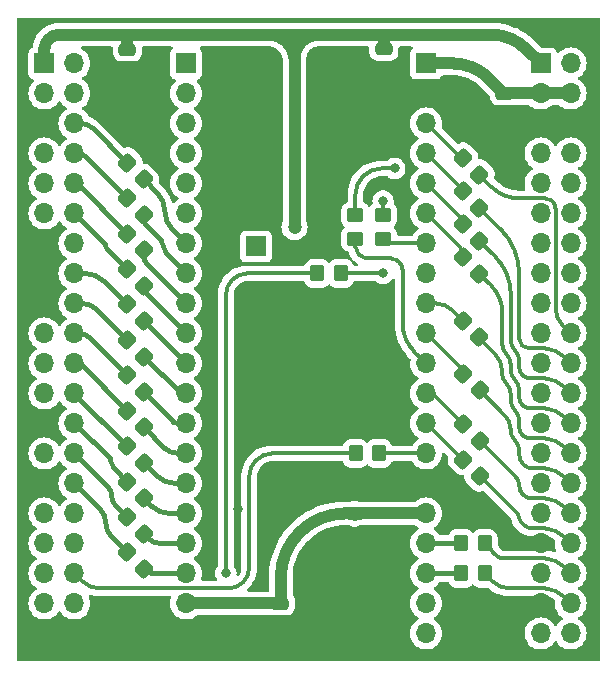
<source format=gbr>
%TF.GenerationSoftware,KiCad,Pcbnew,8.0.5-8.0.5-0~ubuntu24.04.1*%
%TF.CreationDate,2024-09-16T22:52:31+02:00*%
%TF.ProjectId,fx3_tn20k_adapter,6678335f-746e-4323-906b-5f6164617074,0.0.1*%
%TF.SameCoordinates,Original*%
%TF.FileFunction,Copper,L1,Top*%
%TF.FilePolarity,Positive*%
%FSLAX46Y46*%
G04 Gerber Fmt 4.6, Leading zero omitted, Abs format (unit mm)*
G04 Created by KiCad (PCBNEW 8.0.5-8.0.5-0~ubuntu24.04.1) date 2024-09-16 22:52:31*
%MOMM*%
%LPD*%
G01*
G04 APERTURE LIST*
G04 Aperture macros list*
%AMRoundRect*
0 Rectangle with rounded corners*
0 $1 Rounding radius*
0 $2 $3 $4 $5 $6 $7 $8 $9 X,Y pos of 4 corners*
0 Add a 4 corners polygon primitive as box body*
4,1,4,$2,$3,$4,$5,$6,$7,$8,$9,$2,$3,0*
0 Add four circle primitives for the rounded corners*
1,1,$1+$1,$2,$3*
1,1,$1+$1,$4,$5*
1,1,$1+$1,$6,$7*
1,1,$1+$1,$8,$9*
0 Add four rect primitives between the rounded corners*
20,1,$1+$1,$2,$3,$4,$5,0*
20,1,$1+$1,$4,$5,$6,$7,0*
20,1,$1+$1,$6,$7,$8,$9,0*
20,1,$1+$1,$8,$9,$2,$3,0*%
G04 Aperture macros list end*
%TA.AperFunction,SMDPad,CuDef*%
%ADD10RoundRect,0.250000X-0.565685X-0.070711X-0.070711X-0.565685X0.565685X0.070711X0.070711X0.565685X0*%
%TD*%
%TA.AperFunction,SMDPad,CuDef*%
%ADD11RoundRect,0.250000X0.475000X-0.250000X0.475000X0.250000X-0.475000X0.250000X-0.475000X-0.250000X0*%
%TD*%
%TA.AperFunction,SMDPad,CuDef*%
%ADD12RoundRect,0.250000X0.565685X0.070711X0.070711X0.565685X-0.565685X-0.070711X-0.070711X-0.565685X0*%
%TD*%
%TA.AperFunction,ComponentPad*%
%ADD13R,1.700000X1.700000*%
%TD*%
%TA.AperFunction,ComponentPad*%
%ADD14O,1.700000X1.700000*%
%TD*%
%TA.AperFunction,SMDPad,CuDef*%
%ADD15RoundRect,0.250000X0.450000X-0.350000X0.450000X0.350000X-0.450000X0.350000X-0.450000X-0.350000X0*%
%TD*%
%TA.AperFunction,SMDPad,CuDef*%
%ADD16RoundRect,0.250000X0.350000X0.450000X-0.350000X0.450000X-0.350000X-0.450000X0.350000X-0.450000X0*%
%TD*%
%TA.AperFunction,SMDPad,CuDef*%
%ADD17RoundRect,0.250000X-0.475000X0.250000X-0.475000X-0.250000X0.475000X-0.250000X0.475000X0.250000X0*%
%TD*%
%TA.AperFunction,SMDPad,CuDef*%
%ADD18RoundRect,0.250000X-0.350000X-0.450000X0.350000X-0.450000X0.350000X0.450000X-0.350000X0.450000X0*%
%TD*%
%TA.AperFunction,ViaPad*%
%ADD19C,1.200000*%
%TD*%
%TA.AperFunction,ViaPad*%
%ADD20C,0.800000*%
%TD*%
%TA.AperFunction,Conductor*%
%ADD21C,0.400000*%
%TD*%
%TA.AperFunction,Conductor*%
%ADD22C,0.320000*%
%TD*%
%TA.AperFunction,Conductor*%
%ADD23C,1.000000*%
%TD*%
%TA.AperFunction,Profile*%
%ADD24C,0.100000*%
%TD*%
G04 APERTURE END LIST*
D10*
%TO.P,R2,1*%
%TO.N,Net-(J1-Pin_13)*%
X195253893Y-105922093D03*
%TO.P,R2,2*%
%TO.N,Net-(J3-DQ2)*%
X196668107Y-107336307D03*
%TD*%
%TO.P,R4,1*%
%TO.N,Net-(J1-Pin_10)*%
X195228493Y-98657693D03*
%TO.P,R4,2*%
%TO.N,Net-(J3-DQ4)*%
X196642707Y-100071907D03*
%TD*%
D11*
%TO.P,C2,1*%
%TO.N,VDD*%
X186055000Y-110500200D03*
%TO.P,C2,2*%
%TO.N,GND*%
X186055000Y-108600200D03*
%TD*%
D12*
%TO.P,R21,1*%
%TO.N,Net-(J2-Pin_17)*%
X168207107Y-112207107D03*
%TO.P,R21,2*%
%TO.N,Net-(J4-DQ21)*%
X166792893Y-110792893D03*
%TD*%
%TO.P,R29,1*%
%TO.N,Net-(J2-Pin_9)*%
X168207107Y-88207107D03*
%TO.P,R29,2*%
%TO.N,Net-(J4-DQ29)*%
X166792893Y-86792893D03*
%TD*%
D10*
%TO.P,R8,1*%
%TO.N,Net-(J1-Pin_4)*%
X195203093Y-83189093D03*
%TO.P,R8,2*%
%TO.N,Net-(J3-DQ8)*%
X196617307Y-84603307D03*
%TD*%
%TO.P,R3,1*%
%TO.N,Net-(J1-Pin_12)*%
X195228493Y-102899493D03*
%TO.P,R3,2*%
%TO.N,Net-(J3-DQ3)*%
X196642707Y-104313707D03*
%TD*%
D12*
%TO.P,R27,1*%
%TO.N,Net-(J2-Pin_11)*%
X168207107Y-94207107D03*
%TO.P,R27,2*%
%TO.N,Net-(J4-DQ27)*%
X166792893Y-92792893D03*
%TD*%
D13*
%TO.P,J3,1,V3P3*%
%TO.N,VDD*%
X201803000Y-72390000D03*
D14*
%TO.P,J3,2,V1P2*%
%TO.N,unconnected-(J3-V1P2-Pad2)*%
X204343000Y-72390000D03*
%TO.P,J3,3,USB3_VBUS*%
%TO.N,+5V*%
X201803000Y-74930000D03*
%TO.P,J3,4,USB3_VBUS*%
X204343000Y-74930000D03*
%TO.P,J3,6,GND*%
%TO.N,GND*%
X204343000Y-77470000D03*
%TO.P,J3,7,CTL12*%
%TO.N,unconnected-(J3-CTL12-Pad7)*%
X201803000Y-80010000D03*
%TO.P,J3,8,DQ15*%
%TO.N,Net-(J3-DQ15)*%
X204343000Y-80010000D03*
%TO.P,J3,9,CTL11*%
%TO.N,unconnected-(J3-CTL11-Pad9)*%
X201803000Y-82550000D03*
%TO.P,J3,10,DQ14*%
%TO.N,Net-(J3-DQ14)*%
X204343000Y-82550000D03*
%TO.P,J3,11,CTL10*%
%TO.N,unconnected-(J3-CTL10-Pad11)*%
X201803000Y-85090000D03*
%TO.P,J3,12,DQ13*%
%TO.N,Net-(J3-DQ13)*%
X204343000Y-85090000D03*
%TO.P,J3,13,CTL9*%
%TO.N,unconnected-(J3-CTL9-Pad13)*%
X201803000Y-87630000D03*
%TO.P,J3,14,DQ12*%
%TO.N,Net-(J3-DQ12)*%
X204343000Y-87630000D03*
%TO.P,J3,15,CTL8*%
%TO.N,unconnected-(J3-CTL8-Pad15)*%
X201803000Y-90170000D03*
%TO.P,J3,16,DQ11*%
%TO.N,Net-(J3-DQ11)*%
X204343000Y-90170000D03*
%TO.P,J3,17,CTL7*%
%TO.N,unconnected-(J3-CTL7-Pad17)*%
X201803000Y-92710000D03*
%TO.P,J3,18,DQ10*%
%TO.N,Net-(J3-DQ10)*%
X204343000Y-92710000D03*
%TO.P,J3,19,CTL6*%
%TO.N,unconnected-(J3-CTL6-Pad19)*%
X201803000Y-95250000D03*
%TO.P,J3,20,DQ9*%
%TO.N,Net-(J3-DQ9)*%
X204343000Y-95250000D03*
%TO.P,J3,21,CTL5*%
%TO.N,unconnected-(J3-CTL5-Pad21)*%
X201803000Y-97790000D03*
%TO.P,J3,22,DQ8*%
%TO.N,Net-(J3-DQ8)*%
X204343000Y-97790000D03*
%TO.P,J3,23,CTL4_SW*%
%TO.N,unconnected-(J3-CTL4_SW-Pad23)*%
X201803000Y-100330000D03*
%TO.P,J3,24,DQ7*%
%TO.N,Net-(J3-DQ7)*%
X204343000Y-100330000D03*
%TO.P,J3,25,CTL3*%
%TO.N,unconnected-(J3-CTL3-Pad25)*%
X201803000Y-102870000D03*
%TO.P,J3,26,DQ6*%
%TO.N,Net-(J3-DQ6)*%
X204343000Y-102870000D03*
%TO.P,J3,27,CTL2*%
%TO.N,unconnected-(J3-CTL2-Pad27)*%
X201803000Y-105410000D03*
%TO.P,J3,28,DQ5*%
%TO.N,Net-(J3-DQ5)*%
X204343000Y-105410000D03*
%TO.P,J3,29,CTL1*%
%TO.N,unconnected-(J3-CTL1-Pad29)*%
X201803000Y-107950000D03*
%TO.P,J3,30,DQ4*%
%TO.N,Net-(J3-DQ4)*%
X204343000Y-107950000D03*
%TO.P,J3,31,CTL0*%
%TO.N,unconnected-(J3-CTL0-Pad31)*%
X201803000Y-110490000D03*
%TO.P,J3,32,DQ3*%
%TO.N,Net-(J3-DQ3)*%
X204343000Y-110490000D03*
%TO.P,J3,33,GND*%
%TO.N,GND*%
X201803000Y-113030000D03*
%TO.P,J3,34,DQ2*%
%TO.N,Net-(J3-DQ2)*%
X204343000Y-113030000D03*
%TO.P,J3,35,PCLK*%
%TO.N,Net-(J3-PCLK)*%
X201803000Y-115570000D03*
%TO.P,J3,36,DQ1*%
%TO.N,Net-(J3-DQ1)*%
X204343000Y-115570000D03*
%TO.P,J3,37,GND*%
%TO.N,GND*%
X201803000Y-118110000D03*
%TO.P,J3,38,DQ0*%
%TO.N,Net-(J3-DQ0)*%
X204343000Y-118110000D03*
%TO.P,J3,39,I2C_SDA_FX3*%
%TO.N,unconnected-(J3-I2C_SDA_FX3-Pad39)*%
X201803000Y-120650000D03*
%TO.P,J3,40,I2C_SCL_FX3*%
%TO.N,unconnected-(J3-I2C_SCL_FX3-Pad40)*%
X204343000Y-120650000D03*
%TD*%
D12*
%TO.P,R26,1*%
%TO.N,Net-(J2-Pin_12)*%
X168207107Y-97207107D03*
%TO.P,R26,2*%
%TO.N,Net-(J4-DQ26)*%
X166792893Y-95792893D03*
%TD*%
D15*
%TO.P,R14,1*%
%TO.N,Net-(J1-Pin_7)*%
X188468000Y-87233000D03*
%TO.P,R14,2*%
%TO.N,Net-(J3-DQ14)*%
X188468000Y-85233000D03*
%TD*%
D12*
%TO.P,R23,1*%
%TO.N,Net-(J2-Pin_15)*%
X168207107Y-106207107D03*
%TO.P,R23,2*%
%TO.N,Net-(J4-DQ23)*%
X166792893Y-104792893D03*
%TD*%
D16*
%TO.P,R16,1*%
%TO.N,Net-(J1-Pin_8)*%
X184896000Y-90170000D03*
%TO.P,R16,2*%
%TO.N,Net-(J4-DQ16)*%
X182896000Y-90170000D03*
%TD*%
D17*
%TO.P,C1,1*%
%TO.N,+5V*%
X198729600Y-74945200D03*
%TO.P,C1,2*%
%TO.N,GND*%
X198729600Y-76845200D03*
%TD*%
D10*
%TO.P,R9,1*%
%TO.N,Net-(J1-Pin_3)*%
X195203093Y-80395093D03*
%TO.P,R9,2*%
%TO.N,Net-(J3-DQ9)*%
X196617307Y-81809307D03*
%TD*%
D12*
%TO.P,R28,1*%
%TO.N,Net-(J2-Pin_10)*%
X168207107Y-91207107D03*
%TO.P,R28,2*%
%TO.N,Net-(J4-DQ28)*%
X166792893Y-89792893D03*
%TD*%
%TO.P,R30,1*%
%TO.N,Net-(J2-Pin_8)*%
X168207107Y-85207107D03*
%TO.P,R30,2*%
%TO.N,Net-(J4-DQ30)*%
X166792893Y-83792893D03*
%TD*%
D13*
%TO.P,J2,1,Pin_1*%
%TO.N,Net-(J2-Pin_1)*%
X171803000Y-72390000D03*
D14*
%TO.P,J2,2,Pin_2*%
%TO.N,Net-(J2-Pin_2)*%
X171803000Y-74930000D03*
%TO.P,J2,3,Pin_3*%
%TO.N,Net-(J2-Pin_3)*%
X171803000Y-77470000D03*
%TO.P,J2,4,Pin_4*%
%TO.N,Net-(J2-Pin_4)*%
X171803000Y-80010000D03*
%TO.P,J2,5,Pin_5*%
%TO.N,Net-(J2-Pin_5)*%
X171803000Y-82550000D03*
%TO.P,J2,6,Pin_6*%
%TO.N,Net-(J2-Pin_6)*%
X171803000Y-85090000D03*
%TO.P,J2,7,Pin_7*%
%TO.N,Net-(J2-Pin_7)*%
X171803000Y-87630000D03*
%TO.P,J2,8,Pin_8*%
%TO.N,Net-(J2-Pin_8)*%
X171803000Y-90170000D03*
%TO.P,J2,9,Pin_9*%
%TO.N,Net-(J2-Pin_9)*%
X171803000Y-92710000D03*
%TO.P,J2,10,Pin_10*%
%TO.N,Net-(J2-Pin_10)*%
X171803000Y-95250000D03*
%TO.P,J2,11,Pin_11*%
%TO.N,Net-(J2-Pin_11)*%
X171803000Y-97790000D03*
%TO.P,J2,12,Pin_12*%
%TO.N,Net-(J2-Pin_12)*%
X171803000Y-100330000D03*
%TO.P,J2,13,Pin_13*%
%TO.N,Net-(J2-Pin_13)*%
X171803000Y-102870000D03*
%TO.P,J2,14,Pin_14*%
%TO.N,Net-(J2-Pin_14)*%
X171803000Y-105410000D03*
%TO.P,J2,15,Pin_15*%
%TO.N,Net-(J2-Pin_15)*%
X171803000Y-107950000D03*
%TO.P,J2,16,Pin_16*%
%TO.N,Net-(J2-Pin_16)*%
X171803000Y-110490000D03*
%TO.P,J2,17,Pin_17*%
%TO.N,Net-(J2-Pin_17)*%
X171803000Y-113030000D03*
%TO.P,J2,18,Pin_18*%
%TO.N,Net-(J2-Pin_18)*%
X171803000Y-115570000D03*
%TO.P,J2,19,Pin_19*%
%TO.N,VDD*%
X171803000Y-118110000D03*
%TO.P,J2,20,Pin_20*%
%TO.N,GND*%
X171803000Y-120650000D03*
%TD*%
D12*
%TO.P,R24,1*%
%TO.N,Net-(J2-Pin_14)*%
X168207107Y-103207107D03*
%TO.P,R24,2*%
%TO.N,Net-(J4-DQ24)*%
X166792893Y-101792893D03*
%TD*%
%TO.P,R25,1*%
%TO.N,Net-(J2-Pin_13)*%
X168207107Y-100207107D03*
%TO.P,R25,2*%
%TO.N,Net-(J4-DQ25)*%
X166792893Y-98792893D03*
%TD*%
D17*
%TO.P,C3,1*%
%TO.N,VDD*%
X166827200Y-71211400D03*
%TO.P,C3,2*%
%TO.N,GND*%
X166827200Y-73111400D03*
%TD*%
D10*
%TO.P,R7,1*%
%TO.N,Net-(J1-Pin_5)*%
X195203093Y-85983093D03*
%TO.P,R7,2*%
%TO.N,Net-(J3-DQ7)*%
X196617307Y-87397307D03*
%TD*%
D12*
%TO.P,R22,1*%
%TO.N,Net-(J2-Pin_16)*%
X168207107Y-109207107D03*
%TO.P,R22,2*%
%TO.N,Net-(J4-DQ22)*%
X166792893Y-107792893D03*
%TD*%
D18*
%TO.P,R0,1*%
%TO.N,Net-(J1-Pin_18)*%
X195062600Y-115570000D03*
%TO.P,R0,2*%
%TO.N,Net-(J3-DQ0)*%
X197062600Y-115570000D03*
%TD*%
D15*
%TO.P,R15,1*%
%TO.N,Net-(J1-Pin_11)*%
X186131200Y-87233000D03*
%TO.P,R15,2*%
%TO.N,Net-(J3-DQ15)*%
X186131200Y-85233000D03*
%TD*%
D12*
%TO.P,R20,1*%
%TO.N,Net-(J2-Pin_18)*%
X168207107Y-115207107D03*
%TO.P,R20,2*%
%TO.N,Net-(J4-DQ20)*%
X166792893Y-113792893D03*
%TD*%
D13*
%TO.P,J32,1,Pin_1*%
%TO.N,Net-(J32-Pin_1)*%
X177723800Y-87884000D03*
%TD*%
D10*
%TO.P,R6,1*%
%TO.N,Net-(J1-Pin_6)*%
X195203093Y-88777093D03*
%TO.P,R6,2*%
%TO.N,Net-(J3-DQ6)*%
X196617307Y-90191307D03*
%TD*%
D16*
%TO.P,R17,1*%
%TO.N,Net-(J1-Pin_14)*%
X188137800Y-105410000D03*
%TO.P,R17,2*%
%TO.N,Net-(J4-DQ17)*%
X186137800Y-105410000D03*
%TD*%
D10*
%TO.P,R5,1*%
%TO.N,Net-(J1-Pin_9)*%
X195203093Y-94161893D03*
%TO.P,R5,2*%
%TO.N,Net-(J3-DQ5)*%
X196617307Y-95576107D03*
%TD*%
D17*
%TO.P,C5,1*%
%TO.N,VDD*%
X179781200Y-118125200D03*
%TO.P,C5,2*%
%TO.N,GND*%
X179781200Y-120025200D03*
%TD*%
D12*
%TO.P,R31,1*%
%TO.N,Net-(J2-Pin_7)*%
X168207107Y-82207107D03*
%TO.P,R31,2*%
%TO.N,Net-(J4-DQ31)*%
X166792893Y-80792893D03*
%TD*%
D13*
%TO.P,J1,1,Pin_1*%
%TO.N,+5V*%
X192123000Y-72390000D03*
D14*
%TO.P,J1,2,Pin_2*%
%TO.N,GND*%
X192123000Y-74930000D03*
%TO.P,J1,3,Pin_3*%
%TO.N,Net-(J1-Pin_3)*%
X192123000Y-77470000D03*
%TO.P,J1,4,Pin_4*%
%TO.N,Net-(J1-Pin_4)*%
X192123000Y-80010000D03*
%TO.P,J1,5,Pin_5*%
%TO.N,Net-(J1-Pin_5)*%
X192123000Y-82550000D03*
%TO.P,J1,6,Pin_6*%
%TO.N,Net-(J1-Pin_6)*%
X192123000Y-85090000D03*
%TO.P,J1,7,Pin_7*%
%TO.N,Net-(J1-Pin_7)*%
X192123000Y-87630000D03*
%TO.P,J1,8,Pin_8*%
%TO.N,Net-(J1-Pin_8)*%
X192123000Y-90170000D03*
%TO.P,J1,9,Pin_9*%
%TO.N,Net-(J1-Pin_9)*%
X192123000Y-92710000D03*
%TO.P,J1,10,Pin_10*%
%TO.N,Net-(J1-Pin_10)*%
X192123000Y-95250000D03*
%TO.P,J1,11,Pin_11*%
%TO.N,Net-(J1-Pin_11)*%
X192123000Y-97790000D03*
%TO.P,J1,12,Pin_12*%
%TO.N,Net-(J1-Pin_12)*%
X192123000Y-100330000D03*
%TO.P,J1,13,Pin_13*%
%TO.N,Net-(J1-Pin_13)*%
X192123000Y-102870000D03*
%TO.P,J1,14,Pin_14*%
%TO.N,Net-(J1-Pin_14)*%
X192123000Y-105410000D03*
%TO.P,J1,15,Pin_15*%
%TO.N,GND*%
X192123000Y-107950000D03*
%TO.P,J1,16,Pin_16*%
%TO.N,VDD*%
X192123000Y-110490000D03*
%TO.P,J1,17,Pin_17*%
%TO.N,Net-(J1-Pin_17)*%
X192123000Y-113030000D03*
%TO.P,J1,18,Pin_18*%
%TO.N,Net-(J1-Pin_18)*%
X192123000Y-115570000D03*
%TO.P,J1,19,Pin_19*%
%TO.N,Net-(J1-Pin_19)*%
X192123000Y-118110000D03*
%TO.P,J1,20,Pin_20*%
%TO.N,Net-(J1-Pin_20)*%
X192123000Y-120650000D03*
%TD*%
D17*
%TO.P,C4,1*%
%TO.N,VDD*%
X188544200Y-71186000D03*
%TO.P,C4,2*%
%TO.N,GND*%
X188544200Y-73086000D03*
%TD*%
D13*
%TO.P,J4,1,V3P3*%
%TO.N,VDD*%
X159800000Y-72390000D03*
D14*
%TO.P,J4,2,V1P2*%
%TO.N,unconnected-(J4-V1P2-Pad2)*%
X162340000Y-72390000D03*
%TO.P,J4,3,INT_N_CTL15*%
%TO.N,unconnected-(J4-INT_N_CTL15-Pad3)*%
X159800000Y-74930000D03*
%TO.P,J4,4,VIO*%
%TO.N,unconnected-(J4-VIO-Pad4)*%
X162340000Y-74930000D03*
%TO.P,J4,6,DQ31*%
%TO.N,Net-(J4-DQ31)*%
X162340000Y-77470000D03*
%TO.P,J4,7,PMODE_2*%
%TO.N,unconnected-(J4-PMODE_2-Pad7)*%
X159800000Y-80010000D03*
%TO.P,J4,8,DQ30*%
%TO.N,Net-(J4-DQ30)*%
X162340000Y-80010000D03*
%TO.P,J4,9,PMODE_1*%
%TO.N,unconnected-(J4-PMODE_1-Pad9)*%
X159800000Y-82550000D03*
%TO.P,J4,10,DQ29*%
%TO.N,Net-(J4-DQ29)*%
X162340000Y-82550000D03*
%TO.P,J4,11,PMODE_0*%
%TO.N,unconnected-(J4-PMODE_0-Pad11)*%
X159800000Y-85090000D03*
%TO.P,J4,12,DQ28*%
%TO.N,Net-(J4-DQ28)*%
X162340000Y-85090000D03*
%TO.P,J4,13,GND*%
%TO.N,GND*%
X159800000Y-87630000D03*
%TO.P,J4,14,GPIO45*%
%TO.N,unconnected-(J4-GPIO45-Pad14)*%
X162340000Y-87630000D03*
%TO.P,J4,15,GND*%
%TO.N,GND*%
X159800000Y-90170000D03*
%TO.P,J4,16,DQ27*%
%TO.N,Net-(J4-DQ27)*%
X162340000Y-90170000D03*
%TO.P,J4,17,GND*%
%TO.N,GND*%
X159800000Y-92710000D03*
%TO.P,J4,18,DQ26*%
%TO.N,Net-(J4-DQ26)*%
X162340000Y-92710000D03*
%TO.P,J4,19,SPI-MOSI_UART-RX*%
%TO.N,unconnected-(J4-SPI-MOSI_UART-RX-Pad19)*%
X159800000Y-95250000D03*
%TO.P,J4,20,DQ25*%
%TO.N,Net-(J4-DQ25)*%
X162340000Y-95250000D03*
%TO.P,J4,21,SPI-MISO_UART_TX*%
%TO.N,unconnected-(J4-SPI-MISO_UART_TX-Pad21)*%
X159800000Y-97790000D03*
%TO.P,J4,22,DQ24*%
%TO.N,Net-(J4-DQ24)*%
X162340000Y-97790000D03*
%TO.P,J4,23,SPI-SSN_UART-CTS*%
%TO.N,unconnected-(J4-SPI-SSN_UART-CTS-Pad23)*%
X159800000Y-100330000D03*
%TO.P,J4,24,DQ23*%
%TO.N,Net-(J4-DQ23)*%
X162340000Y-100330000D03*
%TO.P,J4,25,GND*%
%TO.N,GND*%
X159800000Y-102870000D03*
%TO.P,J4,26,DQ22*%
%TO.N,Net-(J4-DQ22)*%
X162340000Y-102870000D03*
%TO.P,J4,27,SPI-SCK_UART-RTS*%
%TO.N,unconnected-(J4-SPI-SCK_UART-RTS-Pad27)*%
X159800000Y-105410000D03*
%TO.P,J4,28,DQ21*%
%TO.N,Net-(J4-DQ21)*%
X162340000Y-105410000D03*
%TO.P,J4,29,GND*%
%TO.N,GND*%
X159800000Y-107950000D03*
%TO.P,J4,30,DQ20*%
%TO.N,Net-(J4-DQ20)*%
X162340000Y-107950000D03*
%TO.P,J4,31,I2S_WS*%
%TO.N,unconnected-(J4-I2S_WS-Pad31)*%
X159800000Y-110490000D03*
%TO.P,J4,32,DQ19*%
%TO.N,Net-(J4-DQ19)*%
X162340000Y-110490000D03*
%TO.P,J4,33,I2S_SD*%
%TO.N,unconnected-(J4-I2S_SD-Pad33)*%
X159800000Y-113030000D03*
%TO.P,J4,34,DQ18*%
%TO.N,Net-(J4-DQ18)*%
X162340000Y-113030000D03*
%TO.P,J4,35,GPIO57_I2S-MCLK_VIO3_SW*%
%TO.N,unconnected-(J4-GPIO57_I2S-MCLK_VIO3_SW-Pad35)*%
X159800000Y-115570000D03*
%TO.P,J4,36,DQ17*%
%TO.N,Net-(J4-DQ17)*%
X162340000Y-115570000D03*
%TO.P,J4,37,I2S_CLK*%
%TO.N,unconnected-(J4-I2S_CLK-Pad37)*%
X159800000Y-118110000D03*
%TO.P,J4,38,DQ16*%
%TO.N,Net-(J4-DQ16)*%
X162340000Y-118110000D03*
%TO.P,J4,39,GND*%
%TO.N,GND*%
X159800000Y-120650000D03*
%TO.P,J4,40,GND*%
X162340000Y-120650000D03*
%TD*%
D18*
%TO.P,R1,1*%
%TO.N,Net-(J1-Pin_17)*%
X195062600Y-113030000D03*
%TO.P,R1,2*%
%TO.N,Net-(J3-DQ1)*%
X197062600Y-113030000D03*
%TD*%
D19*
%TO.N,VDD*%
X186055000Y-110500200D03*
X180975000Y-86233000D03*
D20*
%TO.N,GND*%
X189661800Y-103911400D03*
X184581800Y-116306600D03*
X184073800Y-97764600D03*
X183007000Y-103886000D03*
X184099200Y-112344200D03*
X179222400Y-84023200D03*
X184607200Y-106629200D03*
X189941200Y-116027200D03*
X190119000Y-85140800D03*
X195605400Y-74371200D03*
X176326800Y-104470200D03*
X184251600Y-100482400D03*
X178587400Y-98729800D03*
X194360800Y-117424200D03*
X186486800Y-71678800D03*
X173913800Y-96570800D03*
X199364600Y-118211600D03*
X180441600Y-107442000D03*
X186258200Y-103174800D03*
X176174400Y-110083600D03*
X165100000Y-74828400D03*
X173990000Y-110490000D03*
X164719000Y-71755000D03*
X201574400Y-69469000D03*
X197764400Y-78511400D03*
X178689000Y-106832400D03*
X169443400Y-71628000D03*
X188849000Y-74345800D03*
X189839600Y-112141000D03*
X176377600Y-100888800D03*
X168859200Y-74599800D03*
X199186800Y-121742200D03*
X168706800Y-78003400D03*
X189306200Y-108940600D03*
X180492400Y-110490000D03*
X199466200Y-112877600D03*
X169291000Y-118059200D03*
X169392600Y-80568800D03*
X189128400Y-98247200D03*
X194716400Y-77901800D03*
X177266600Y-121666000D03*
X199415400Y-79908400D03*
X165912800Y-77546200D03*
X196723000Y-109270800D03*
X179095400Y-104267000D03*
X178460400Y-109499400D03*
X194538600Y-121691400D03*
X193929000Y-111379000D03*
X174701200Y-88874600D03*
X174218600Y-86817200D03*
X189560200Y-77597000D03*
X205409800Y-69824600D03*
X186639200Y-114427000D03*
X189890400Y-82702400D03*
X182880000Y-94843600D03*
X164820600Y-118186200D03*
X178917600Y-91592400D03*
X178231800Y-116509800D03*
X176682400Y-91541600D03*
X158546800Y-69621400D03*
X177546000Y-94970600D03*
X187172600Y-100355400D03*
X187833000Y-79705200D03*
%TO.N,Net-(J3-DQ15)*%
X189458600Y-81280000D03*
%TO.N,Net-(J3-DQ14)*%
X188468000Y-84023200D03*
%TO.N,Net-(J4-DQ16)*%
X175158400Y-115544600D03*
%TO.N,Net-(J1-Pin_8)*%
X188468000Y-90170000D03*
%TD*%
D21*
%TO.N,Net-(J2-Pin_14)*%
X169917500Y-104917500D02*
G75*
G03*
X171106500Y-105410000I1189000J1189000D01*
G01*
%TO.N,Net-(J2-Pin_9)*%
X168207107Y-88660607D02*
G75*
G03*
X168527793Y-89434765I1094793J7D01*
G01*
%TO.N,Net-(J2-Pin_16)*%
X168848553Y-109848553D02*
G75*
G03*
X170397142Y-110489980I1548547J1548553D01*
G01*
%TO.N,Net-(J2-Pin_17)*%
X168618553Y-112618553D02*
G75*
G03*
X169611873Y-113030009I993347J993353D01*
G01*
%TO.N,Net-(J2-Pin_11)*%
X171785403Y-97785403D02*
G75*
G03*
X171796500Y-97789998I11097J11103D01*
G01*
%TO.N,Net-(J2-Pin_18)*%
X168388553Y-115388553D02*
G75*
G03*
X168826604Y-115569996I438047J438053D01*
G01*
%TO.N,Net-(J2-Pin_8)*%
X168207107Y-85559107D02*
G75*
G03*
X168456014Y-86160002I849793J7D01*
G01*
X169900600Y-87936100D02*
G75*
G03*
X170135007Y-88502003I800300J0D01*
G01*
X169666194Y-87370194D02*
G75*
G02*
X169900603Y-87936100I-565894J-565906D01*
G01*
%TO.N,Net-(J2-Pin_10)*%
X168207107Y-91430607D02*
G75*
G03*
X168365145Y-91812145I539593J7D01*
G01*
%TO.N,Net-(J2-Pin_15)*%
X169294865Y-107294865D02*
G75*
G03*
X170876500Y-107949991I1581635J1581665D01*
G01*
%TO.N,Net-(J2-Pin_12)*%
X171162769Y-100162769D02*
G75*
G03*
X171566500Y-100329989I403731J403769D01*
G01*
%TO.N,Net-(J2-Pin_13)*%
X170584915Y-102584915D02*
G75*
G02*
X170586391Y-102588500I-3615J-3585D01*
G01*
X170586400Y-102588500D02*
G75*
G03*
X170587878Y-102592090I5100J0D01*
G01*
X170726100Y-102730300D02*
G75*
G03*
X171063365Y-102870014I337300J337300D01*
G01*
%TO.N,Net-(J2-Pin_7)*%
X170002200Y-84915700D02*
G75*
G03*
X170648139Y-86475145I2205400J0D01*
G01*
X169356257Y-83356257D02*
G75*
G02*
X170002195Y-84915700I-1559457J-1559443D01*
G01*
D22*
%TO.N,Net-(J1-Pin_6)*%
X194988486Y-87955486D02*
G75*
G02*
X195203104Y-88473593I-518086J-518114D01*
G01*
%TO.N,Net-(J1-Pin_10)*%
X195121649Y-98248649D02*
G75*
G02*
X195228496Y-98506593I-257949J-257951D01*
G01*
%TO.N,Net-(J1-Pin_11)*%
X189826900Y-89192100D02*
G75*
G03*
X189121708Y-88899997I-705200J-705200D01*
G01*
X189826900Y-89192100D02*
G75*
G02*
X190119003Y-89897291I-705200J-705200D01*
G01*
X190119000Y-94368958D02*
G75*
G03*
X191120988Y-96788012I3421000J-42D01*
G01*
X186461400Y-88569800D02*
G75*
G03*
X187258573Y-88900011I797200J797200D01*
G01*
X186131200Y-87914100D02*
G75*
G03*
X186361368Y-88469758I785800J0D01*
G01*
%TO.N,Net-(J1-Pin_7)*%
X188463300Y-87609300D02*
G75*
G03*
X188513274Y-87630011I50000J50000D01*
G01*
%TO.N,Net-(J1-Pin_9)*%
X194326855Y-93285655D02*
G75*
G03*
X192937100Y-92709997I-1389755J-1389745D01*
G01*
%TO.N,Net-(J1-Pin_4)*%
X195168091Y-83055091D02*
G75*
G02*
X195203101Y-83139593I-84491J-84509D01*
G01*
%TO.N,Net-(J1-Pin_13)*%
X195147232Y-105894232D02*
G75*
G03*
X195214493Y-105922106I67268J67232D01*
G01*
%TO.N,Net-(J1-Pin_5)*%
X195078288Y-85505288D02*
G75*
G02*
X195203103Y-85806593I-301288J-301312D01*
G01*
%TO.N,Net-(J1-Pin_12)*%
X192848504Y-100519504D02*
G75*
G03*
X192391000Y-100329997I-457504J-457496D01*
G01*
%TO.N,Net-(J1-Pin_3)*%
X194993292Y-80340292D02*
G75*
G03*
X195125593Y-80395100I132308J132292D01*
G01*
%TO.N,Net-(J4-DQ16)*%
X176979541Y-90170000D02*
G75*
G03*
X175691788Y-90703388I-41J-1821100D01*
G01*
X175691800Y-90703400D02*
G75*
G03*
X175158417Y-91991141I1287700J-1287700D01*
G01*
%TO.N,Net-(J4-DQ17)*%
X176618900Y-116319300D02*
G75*
G02*
X175361818Y-116840008I-1257100J1257100D01*
G01*
X179090823Y-105410000D02*
G75*
G03*
X177711093Y-105981493I-23J-1951200D01*
G01*
X177139600Y-115062218D02*
G75*
G02*
X176618894Y-116319294I-1777800J18D01*
G01*
X162975000Y-116205000D02*
G75*
G03*
X164508025Y-116839989I1533000J1533000D01*
G01*
X177711100Y-105981500D02*
G75*
G03*
X177139610Y-107361223I1379700J-1379700D01*
G01*
D21*
%TO.N,Net-(J4-DQ20)*%
X165000000Y-111305000D02*
G75*
G03*
X165491435Y-112491443I1677900J0D01*
G01*
X164508560Y-110118560D02*
G75*
G02*
X164999994Y-111305000I-1186460J-1186440D01*
G01*
%TO.N,Net-(J4-DQ21)*%
X165171195Y-108241195D02*
G75*
G02*
X165500003Y-109035000I-793795J-793805D01*
G01*
X165500000Y-109035000D02*
G75*
G03*
X165828806Y-109828802I1122600J0D01*
G01*
%TO.N,Net-(J4-DQ22)*%
X165500000Y-106250000D02*
G75*
G03*
X165676787Y-106676765I603500J0D01*
G01*
X162380606Y-102880606D02*
G75*
G03*
X162355000Y-102869996I-25606J-25594D01*
G01*
X165323223Y-105823223D02*
G75*
G02*
X165499986Y-106250000I-426823J-426777D01*
G01*
%TO.N,Net-(J4-DQ23)*%
X162340000Y-100335000D02*
G75*
G03*
X162343529Y-100343541I12100J0D01*
G01*
%TO.N,Net-(J4-DQ24)*%
X162949099Y-97949099D02*
G75*
G03*
X162565000Y-97790001I-384099J-384101D01*
G01*
%TO.N,Net-(J4-DQ25)*%
X163571733Y-95571733D02*
G75*
G03*
X162795000Y-95250010I-776733J-776767D01*
G01*
%TO.N,Net-(J4-DQ26)*%
X164194368Y-93194368D02*
G75*
G03*
X163025000Y-92709989I-1169368J-1169332D01*
G01*
%TO.N,Net-(J4-DQ27)*%
X164817002Y-90817002D02*
G75*
G03*
X163255000Y-90169998I-1562002J-1561998D01*
G01*
%TO.N,Net-(J4-DQ28)*%
X164911611Y-87661611D02*
G75*
G02*
X164999993Y-87875000I-213411J-213389D01*
G01*
X165000000Y-87875000D02*
G75*
G03*
X165088383Y-88088393I301800J0D01*
G01*
%TO.N,Net-(J4-DQ29)*%
X162624246Y-82624246D02*
G75*
G03*
X162445000Y-82550002I-179246J-179254D01*
G01*
%TO.N,Net-(J4-DQ30)*%
X163246880Y-80246880D02*
G75*
G03*
X162675000Y-80010011I-571880J-571920D01*
G01*
%TO.N,Net-(J4-DQ31)*%
X163869515Y-77869515D02*
G75*
G03*
X162905000Y-77469991I-964515J-964485D01*
G01*
D22*
%TO.N,Net-(J3-DQ0)*%
X197697600Y-116205000D02*
G75*
G03*
X199230625Y-116839989I1533000J1533000D01*
G01*
X203708000Y-117475000D02*
G75*
G03*
X202174974Y-116840011I-1533000J-1533000D01*
G01*
%TO.N,Net-(J3-DQ1)*%
X198043800Y-114046000D02*
G75*
G03*
X198657010Y-114299996I613200J613200D01*
G01*
X203708000Y-114935000D02*
G75*
G03*
X202174974Y-114300011I-1533000J-1533000D01*
G01*
X197789800Y-113774600D02*
G75*
G03*
X197802105Y-113804301I42000J0D01*
G01*
X197777496Y-113744896D02*
G75*
G02*
X197789802Y-113774600I-29696J-29704D01*
G01*
%TO.N,Net-(J3-DQ2)*%
X199855915Y-110524115D02*
G75*
G02*
X199999591Y-110871000I-346915J-346885D01*
G01*
X199999600Y-110871000D02*
G75*
G03*
X200143277Y-111217891I490600J0D01*
G01*
X200342500Y-111417100D02*
G75*
G03*
X201170333Y-111759986I827800J827800D01*
G01*
X203708000Y-112395000D02*
G75*
G03*
X202174974Y-111760011I-1533000J-1533000D01*
G01*
%TO.N,Net-(J3-DQ3)*%
X199999600Y-108135987D02*
G75*
G03*
X200317096Y-108902504I1084000J-13D01*
G01*
X200317100Y-108902500D02*
G75*
G03*
X201083612Y-109219995I766500J766500D01*
G01*
X203708000Y-109855000D02*
G75*
G03*
X202174974Y-109220011I-1533000J-1533000D01*
G01*
X199676310Y-107347310D02*
G75*
G02*
X199999594Y-108127800I-780510J-780490D01*
G01*
%TO.N,Net-(J3-DQ4)*%
X199631300Y-104305100D02*
G75*
G02*
X199999619Y-105194254I-889200J-889200D01*
G01*
X203708000Y-107315000D02*
G75*
G03*
X202174974Y-106680011I-1533000J-1533000D01*
G01*
X199999600Y-105509266D02*
G75*
G03*
X200342490Y-106337110I1170700J-34D01*
G01*
X199263000Y-103415945D02*
G75*
G03*
X199631313Y-104305087I1257500J45D01*
G01*
X198822967Y-102252167D02*
G75*
G02*
X199262990Y-103314500I-1062367J-1062333D01*
G01*
X200342500Y-106337100D02*
G75*
G03*
X201170333Y-106679986I827800J827800D01*
G01*
%TO.N,Net-(J3-DQ5)*%
X200279000Y-103860600D02*
G75*
G03*
X200953531Y-104139987I674500J674500D01*
G01*
X196617307Y-95626907D02*
G75*
G03*
X196653242Y-95713614I122593J7D01*
G01*
X199999600Y-103186068D02*
G75*
G03*
X200278991Y-103860609I953900J-32D01*
G01*
X199631300Y-101739700D02*
G75*
G02*
X199999619Y-102628854I-889200J-889200D01*
G01*
X198894700Y-99453700D02*
G75*
G02*
X199263019Y-100342854I-889200J-889200D01*
G01*
X203708000Y-104775000D02*
G75*
G03*
X202174974Y-104140011I-1533000J-1533000D01*
G01*
X197996564Y-97056964D02*
G75*
G02*
X198526391Y-98336100I-1279164J-1279136D01*
G01*
X199263000Y-100850545D02*
G75*
G03*
X199631313Y-101739687I1257500J45D01*
G01*
X198526400Y-98564545D02*
G75*
G03*
X198894713Y-99453687I1257500J45D01*
G01*
%TO.N,Net-(J3-DQ6)*%
X200279000Y-101320600D02*
G75*
G03*
X200953531Y-101599987I674500J674500D01*
G01*
X199999600Y-100646068D02*
G75*
G03*
X200278991Y-101320609I953900J-32D01*
G01*
X199631300Y-99174300D02*
G75*
G02*
X199999619Y-100063454I-889200J-889200D01*
G01*
X199263000Y-98285145D02*
G75*
G03*
X199631313Y-99174287I1257500J45D01*
G01*
X197597253Y-91171253D02*
G75*
G02*
X198577246Y-93537053I-2365753J-2365847D01*
G01*
X203708000Y-102235000D02*
G75*
G03*
X202174974Y-101600011I-1533000J-1533000D01*
G01*
X198577200Y-96187466D02*
G75*
G03*
X198920090Y-97015310I1170700J-34D01*
G01*
X198920100Y-97015300D02*
G75*
G02*
X199262986Y-97843133I-827800J-827800D01*
G01*
%TO.N,Net-(J3-DQ7)*%
X199288400Y-95839305D02*
G75*
G03*
X199644002Y-96697798I1214100J5D01*
G01*
X200279000Y-98780600D02*
G75*
G03*
X200953531Y-99059987I674500J674500D01*
G01*
X199999600Y-98106068D02*
G75*
G03*
X200278991Y-98780609I953900J-32D01*
G01*
X199644000Y-96697800D02*
G75*
G02*
X199999602Y-97556294I-858500J-858500D01*
G01*
X203708000Y-99695000D02*
G75*
G03*
X202174974Y-99060011I-1533000J-1533000D01*
G01*
X197952853Y-88732853D02*
G75*
G02*
X199288378Y-91957147I-3224253J-3224247D01*
G01*
%TO.N,Net-(J3-DQ8)*%
X200240900Y-96278700D02*
G75*
G03*
X200823449Y-96519979I582500J582500D01*
G01*
X199999600Y-95696150D02*
G75*
G03*
X200240885Y-96278715I823800J-50D01*
G01*
X198405807Y-86391807D02*
G75*
G02*
X199999611Y-90239563I-3847807J-3847793D01*
G01*
X203708000Y-97155000D02*
G75*
G03*
X202174974Y-96520011I-1533000J-1533000D01*
G01*
%TO.N,Net-(J3-DQ9)*%
X202819000Y-84074000D02*
G75*
G02*
X203072996Y-84687210I-613200J-613200D01*
G01*
X202819000Y-84074000D02*
G75*
G03*
X202205789Y-83820004I-613200J-613200D01*
G01*
X197622653Y-82814653D02*
G75*
G03*
X200049774Y-83820008I2427147J2427153D01*
G01*
X203073000Y-93081974D02*
G75*
G03*
X203707992Y-94615008I2168000J-26D01*
G01*
%TO.N,Net-(J3-DQ14)*%
X188455300Y-84035900D02*
G75*
G03*
X188442584Y-84066560I30700J-30700D01*
G01*
%TO.N,Net-(J3-DQ15)*%
X186778900Y-81927700D02*
G75*
G03*
X186131194Y-83491386I1563700J-1563700D01*
G01*
X188342586Y-81280000D02*
G75*
G03*
X186778904Y-81927704I14J-2211400D01*
G01*
D23*
%TO.N,+5V*%
X198722000Y-74937600D02*
G75*
G03*
X198737200Y-74937600I7600J7600D01*
G01*
X198755548Y-74930000D02*
G75*
G03*
X198737186Y-74937586I-48J-25900D01*
G01*
X197452000Y-73667600D02*
G75*
G03*
X194367600Y-72390000I-3084400J-3084400D01*
G01*
%TO.N,VDD*%
X166814500Y-69964300D02*
G75*
G03*
X166783839Y-69951584I-30700J-30700D01*
G01*
X166819760Y-69951600D02*
G75*
G03*
X166814567Y-69964233I40J-7400D01*
G01*
X185260963Y-110490000D02*
G75*
G03*
X181413215Y-112083801I37J-5441600D01*
G01*
X166814500Y-69964300D02*
G75*
G02*
X166827216Y-69994960I-30700J-30700D01*
G01*
X181374538Y-112122461D02*
G75*
G03*
X179806606Y-115907800I3785362J-3785339D01*
G01*
X161042773Y-69951600D02*
G75*
G03*
X160164008Y-70315608I27J-1242800D01*
G01*
X188544200Y-70568800D02*
G75*
G03*
X187927000Y-69951600I-617200J0D01*
G01*
X189161400Y-69951600D02*
G75*
G03*
X188544200Y-70568800I0J-617200D01*
G01*
X200583800Y-71170800D02*
G75*
G03*
X197640390Y-69951604I-2943400J-2943400D01*
G01*
X160164000Y-70315600D02*
G75*
G03*
X159799989Y-71194373I878800J-878800D01*
G01*
X179799000Y-118117600D02*
G75*
G03*
X179806484Y-118114452I3100J3100D01*
G01*
X179799000Y-118117600D02*
G75*
G03*
X179780651Y-118110049I-18300J-18400D01*
G01*
X180975000Y-71951598D02*
G75*
G03*
X178631859Y-69951646I-2184100J-186302D01*
G01*
X182974998Y-69951600D02*
G75*
G03*
X180975000Y-71951598I2J-2000000D01*
G01*
X166783839Y-69951600D02*
X166819760Y-69951600D01*
X187927000Y-69951600D02*
X189161400Y-69951600D01*
X178631856Y-69951600D02*
X182974998Y-69951600D01*
X185260963Y-110490000D02*
X192123000Y-110490000D01*
X200583800Y-71170800D02*
X201803000Y-72390000D01*
X159800000Y-71194373D02*
X159800000Y-72390000D01*
X179780651Y-118110000D02*
X171803000Y-118110000D01*
X179806600Y-115907800D02*
X179806600Y-118114451D01*
X188544200Y-70568800D02*
X188544200Y-71186000D01*
X187927000Y-69951600D02*
X182974998Y-69951600D01*
X180975000Y-86233000D02*
X180975000Y-71951598D01*
X189161400Y-69951600D02*
X197640390Y-69951600D01*
X181413206Y-112083792D02*
X181374538Y-112122461D01*
X166827200Y-69994960D02*
X166827200Y-71211400D01*
X166783839Y-69951600D02*
X161042773Y-69951600D01*
X166819760Y-69951600D02*
X178631856Y-69951600D01*
%TO.N,+5V*%
X198722000Y-74937600D02*
X197452000Y-73667600D01*
X201803000Y-74930000D02*
X204343000Y-74930000D01*
X198755548Y-74930000D02*
X201803000Y-74930000D01*
X194367600Y-72390000D02*
X192123000Y-72390000D01*
D22*
%TO.N,Net-(J3-DQ15)*%
X186131200Y-83491386D02*
X186131200Y-85588600D01*
X189458600Y-81280000D02*
X188342586Y-81280000D01*
%TO.N,Net-(J3-DQ14)*%
X188468000Y-84023200D02*
X188455300Y-84035900D01*
X188442600Y-84066560D02*
X188442600Y-85588600D01*
%TO.N,Net-(J3-DQ9)*%
X203073000Y-84687210D02*
X203073000Y-93081974D01*
X202205789Y-83820000D02*
X200049774Y-83820000D01*
X197622653Y-82814653D02*
X196617307Y-81809307D01*
X203708000Y-94615000D02*
X204343000Y-95250000D01*
%TO.N,Net-(J3-DQ8)*%
X199999600Y-95696150D02*
X199999600Y-90239563D01*
X198405807Y-86391807D02*
X196617307Y-84603307D01*
X203708000Y-97155000D02*
X204343000Y-97790000D01*
X200823449Y-96520000D02*
X202174974Y-96520000D01*
%TO.N,Net-(J3-DQ7)*%
X197952853Y-88732853D02*
X196617307Y-87397307D01*
X199999600Y-98106068D02*
X199999600Y-97556294D01*
X200953531Y-99060000D02*
X202174974Y-99060000D01*
X203708000Y-99695000D02*
X204343000Y-100330000D01*
X199288400Y-95839305D02*
X199288400Y-91957147D01*
%TO.N,Net-(J3-DQ6)*%
X203708000Y-102235000D02*
X204343000Y-102870000D01*
X198577200Y-93537053D02*
X198577200Y-96187466D01*
X199263000Y-98285145D02*
X199263000Y-97843133D01*
X199999600Y-100646068D02*
X199999600Y-100063454D01*
X197597253Y-91171253D02*
X196617307Y-90191307D01*
X200953531Y-101600000D02*
X202174974Y-101600000D01*
%TO.N,Net-(J3-DQ5)*%
X199999600Y-103186068D02*
X199999600Y-102628854D01*
X196653228Y-95713628D02*
X197996564Y-97056964D01*
X200953531Y-104140000D02*
X202174974Y-104140000D01*
X196617307Y-95626907D02*
X196617307Y-95576107D01*
X199263000Y-100342854D02*
X199263000Y-100850545D01*
X203708000Y-104775000D02*
X204343000Y-105410000D01*
X198526400Y-98336100D02*
X198526400Y-98564545D01*
%TO.N,Net-(J3-DQ4)*%
X203708000Y-107315000D02*
X204343000Y-107950000D01*
X198822967Y-102252167D02*
X196642707Y-100071907D01*
X199263000Y-103415945D02*
X199263000Y-103314500D01*
X199999600Y-105194254D02*
X199999600Y-105509266D01*
X202174974Y-106680000D02*
X201170333Y-106680000D01*
%TO.N,Net-(J3-DQ3)*%
X203708000Y-109855000D02*
X204343000Y-110490000D01*
X199676310Y-107347310D02*
X196642707Y-104313707D01*
X201083612Y-109220000D02*
X202174974Y-109220000D01*
X199999600Y-108135987D02*
X199999600Y-108127800D01*
%TO.N,Net-(J3-DQ2)*%
X203708000Y-112395000D02*
X204343000Y-113030000D01*
X199855915Y-110524115D02*
X196668107Y-107336307D01*
X201170333Y-111760000D02*
X202174974Y-111760000D01*
X200143284Y-111217884D02*
X200342500Y-111417100D01*
%TO.N,Net-(J3-DQ1)*%
X203708000Y-114935000D02*
X204343000Y-115570000D01*
X198043800Y-114046000D02*
X197802103Y-113804303D01*
X198657010Y-114300000D02*
X202174974Y-114300000D01*
X197777496Y-113744896D02*
X197062600Y-113030000D01*
%TO.N,Net-(J3-DQ0)*%
X197697600Y-116205000D02*
X197062600Y-115570000D01*
X199230625Y-116840000D02*
X202174974Y-116840000D01*
X203708000Y-117475000D02*
X204343000Y-118110000D01*
D21*
%TO.N,Net-(J4-DQ31)*%
X163869515Y-77869515D02*
X166792893Y-80792893D01*
X162905000Y-77470000D02*
X162340000Y-77470000D01*
%TO.N,Net-(J4-DQ30)*%
X162675000Y-80010000D02*
X162340000Y-80010000D01*
X163246880Y-80246880D02*
X166792893Y-83792893D01*
%TO.N,Net-(J4-DQ29)*%
X162445000Y-82550000D02*
X162340000Y-82550000D01*
X162624246Y-82624246D02*
X166792893Y-86792893D01*
%TO.N,Net-(J4-DQ28)*%
X164911611Y-87661611D02*
X162340000Y-85090000D01*
X165088388Y-88088388D02*
X166792893Y-89792893D01*
%TO.N,Net-(J4-DQ27)*%
X163255000Y-90170000D02*
X162340000Y-90170000D01*
X164817002Y-90817002D02*
X166792893Y-92792893D01*
%TO.N,Net-(J4-DQ26)*%
X164194368Y-93194368D02*
X166792893Y-95792893D01*
X163025000Y-92710000D02*
X162340000Y-92710000D01*
%TO.N,Net-(J4-DQ25)*%
X163571733Y-95571733D02*
X166792893Y-98792893D01*
X162795000Y-95250000D02*
X162340000Y-95250000D01*
%TO.N,Net-(J4-DQ24)*%
X162949099Y-97949099D02*
X166792893Y-101792893D01*
X162565000Y-97790000D02*
X162340000Y-97790000D01*
%TO.N,Net-(J4-DQ23)*%
X162343535Y-100343535D02*
X166792893Y-104792893D01*
X162340000Y-100335000D02*
X162340000Y-100330000D01*
%TO.N,Net-(J4-DQ22)*%
X162380606Y-102880606D02*
X165323223Y-105823223D01*
X162355000Y-102870000D02*
X162340000Y-102870000D01*
X165676776Y-106676776D02*
X166792893Y-107792893D01*
%TO.N,Net-(J4-DQ21)*%
X165828804Y-109828804D02*
X166792893Y-110792893D01*
X165171195Y-108241195D02*
X162340000Y-105410000D01*
%TO.N,Net-(J4-DQ20)*%
X164508560Y-110118560D02*
X162340000Y-107950000D01*
X165491439Y-112491439D02*
X166792893Y-113792893D01*
D22*
%TO.N,Net-(J4-DQ17)*%
X179090823Y-105410000D02*
X186137800Y-105410000D01*
X162975000Y-116205000D02*
X162340000Y-115570000D01*
X175361818Y-116840000D02*
X164508025Y-116840000D01*
X177139600Y-115062218D02*
X177139600Y-107361223D01*
%TO.N,Net-(J4-DQ16)*%
X175158400Y-115544600D02*
X175158400Y-91991141D01*
X176979541Y-90170000D02*
X182896000Y-90170000D01*
%TO.N,Net-(J1-Pin_3)*%
X194993292Y-80340292D02*
X192123000Y-77470000D01*
X195125593Y-80395093D02*
X195203093Y-80395093D01*
%TO.N,Net-(J1-Pin_12)*%
X192391000Y-100330000D02*
X192123000Y-100330000D01*
X192848504Y-100519504D02*
X195228493Y-102899493D01*
%TO.N,Net-(J1-Pin_5)*%
X195203093Y-85806593D02*
X195203093Y-85983093D01*
X195078288Y-85505288D02*
X192123000Y-82550000D01*
%TO.N,Net-(J1-Pin_13)*%
X195214493Y-105922093D02*
X195253893Y-105922093D01*
X195147232Y-105894232D02*
X192123000Y-102870000D01*
%TO.N,Net-(J1-Pin_8)*%
X184896000Y-90170000D02*
X188417200Y-90170000D01*
%TO.N,Net-(J1-Pin_4)*%
X195168091Y-83055091D02*
X192123000Y-80010000D01*
X195203093Y-83139593D02*
X195203093Y-83189093D01*
%TO.N,Net-(J1-Pin_9)*%
X192937100Y-92710000D02*
X192123000Y-92710000D01*
X194326855Y-93285655D02*
X195203093Y-94161893D01*
%TO.N,Net-(J1-Pin_14)*%
X192123000Y-105410000D02*
X188137800Y-105410000D01*
%TO.N,Net-(J1-Pin_7)*%
X188463300Y-87609300D02*
X188442600Y-87588600D01*
X188513274Y-87630000D02*
X192123000Y-87630000D01*
D21*
%TO.N,Net-(J1-Pin_17)*%
X192123000Y-113030000D02*
X195062600Y-113030000D01*
D22*
%TO.N,Net-(J1-Pin_11)*%
X191121000Y-96788000D02*
X192123000Y-97790000D01*
X189121708Y-88900000D02*
X187258573Y-88900000D01*
X186131200Y-87914100D02*
X186131200Y-87588600D01*
X190119000Y-89897291D02*
X190119000Y-94368958D01*
X186461400Y-88569800D02*
X186361363Y-88469763D01*
D21*
%TO.N,Net-(J1-Pin_18)*%
X192123000Y-115570000D02*
X195062600Y-115570000D01*
D22*
%TO.N,Net-(J1-Pin_10)*%
X195228493Y-98506593D02*
X195228493Y-98657693D01*
X195121649Y-98248649D02*
X192123000Y-95250000D01*
%TO.N,Net-(J1-Pin_6)*%
X195203093Y-88473593D02*
X195203093Y-88777093D01*
X194988486Y-87955486D02*
X192123000Y-85090000D01*
D21*
%TO.N,Net-(J2-Pin_7)*%
X170648142Y-86475142D02*
X171803000Y-87630000D01*
X169356257Y-83356257D02*
X168207107Y-82207107D01*
%TO.N,Net-(J2-Pin_13)*%
X170587884Y-102592084D02*
X170726100Y-102730300D01*
X170584915Y-102584915D02*
X168207107Y-100207107D01*
X171063365Y-102870000D02*
X171803000Y-102870000D01*
%TO.N,Net-(J2-Pin_12)*%
X171162769Y-100162769D02*
X168207107Y-97207107D01*
X171566500Y-100330000D02*
X171803000Y-100330000D01*
%TO.N,Net-(J2-Pin_15)*%
X170876500Y-107950000D02*
X171803000Y-107950000D01*
X169294865Y-107294865D02*
X168207107Y-106207107D01*
%TO.N,Net-(J2-Pin_10)*%
X168207107Y-91430607D02*
X168207107Y-91207107D01*
X168365145Y-91812145D02*
X171803000Y-95250000D01*
%TO.N,Net-(J2-Pin_8)*%
X168456008Y-86160008D02*
X169666194Y-87370194D01*
X168207107Y-85559107D02*
X168207107Y-85207107D01*
X170135005Y-88502005D02*
X171803000Y-90170000D01*
%TO.N,Net-(J2-Pin_18)*%
X168826604Y-115570000D02*
X171803000Y-115570000D01*
X168388553Y-115388553D02*
X168207107Y-115207107D01*
%TO.N,Net-(J2-Pin_11)*%
X171796500Y-97790000D02*
X171803000Y-97790000D01*
X171785403Y-97785403D02*
X168207107Y-94207107D01*
%TO.N,Net-(J2-Pin_17)*%
X168618553Y-112618553D02*
X168207107Y-112207107D01*
X169611873Y-113030000D02*
X171803000Y-113030000D01*
%TO.N,Net-(J2-Pin_16)*%
X168848553Y-109848553D02*
X168207107Y-109207107D01*
X170397142Y-110490000D02*
X171803000Y-110490000D01*
%TO.N,Net-(J2-Pin_9)*%
X168527779Y-89434779D02*
X171803000Y-92710000D01*
X168207107Y-88660607D02*
X168207107Y-88207107D01*
%TO.N,Net-(J2-Pin_14)*%
X171106500Y-105410000D02*
X171803000Y-105410000D01*
X169917500Y-104917500D02*
X168207107Y-103207107D01*
%TD*%
%TA.AperFunction,Conductor*%
%TO.N,GND*%
G36*
X193686824Y-105367912D02*
G01*
X193943622Y-105624710D01*
X193977107Y-105686033D01*
X193976599Y-105740988D01*
X193937707Y-105905083D01*
X193937707Y-106080521D01*
X193937708Y-106080532D01*
X193978166Y-106251234D01*
X193993317Y-106281402D01*
X194056905Y-106408018D01*
X194056907Y-106408021D01*
X194056909Y-106408024D01*
X194112342Y-106476071D01*
X194122162Y-106488126D01*
X194687860Y-107053822D01*
X194767968Y-107119081D01*
X194885023Y-107177867D01*
X194924751Y-107197819D01*
X195067296Y-107231603D01*
X195095461Y-107238279D01*
X195095464Y-107238279D01*
X195227921Y-107238279D01*
X195294960Y-107257964D01*
X195340715Y-107310768D01*
X195351921Y-107362279D01*
X195351921Y-107494735D01*
X195351922Y-107494746D01*
X195392380Y-107665448D01*
X195392382Y-107665451D01*
X195471119Y-107822232D01*
X195471121Y-107822235D01*
X195471123Y-107822238D01*
X195536366Y-107902328D01*
X195536376Y-107902340D01*
X196102074Y-108468036D01*
X196182182Y-108533295D01*
X196316522Y-108600762D01*
X196338965Y-108612033D01*
X196481510Y-108645817D01*
X196509675Y-108652493D01*
X196509678Y-108652493D01*
X196685114Y-108652493D01*
X196685117Y-108652493D01*
X196855830Y-108612032D01*
X196878270Y-108600761D01*
X196947013Y-108588265D01*
X197011599Y-108614917D01*
X197021603Y-108623891D01*
X199306820Y-110909108D01*
X199340305Y-110970431D01*
X199341613Y-110977392D01*
X199367449Y-111140530D01*
X199389099Y-111207165D01*
X199421425Y-111306661D01*
X199423435Y-111312845D01*
X199505677Y-111474265D01*
X199505686Y-111474281D01*
X199612164Y-111620844D01*
X199612171Y-111620853D01*
X199626196Y-111634879D01*
X199626263Y-111634952D01*
X199655347Y-111664035D01*
X199676218Y-111684906D01*
X199728839Y-111737532D01*
X199728840Y-111737532D01*
X199733948Y-111742641D01*
X199733993Y-111742681D01*
X199839127Y-111847815D01*
X199839151Y-111847859D01*
X199875446Y-111884153D01*
X199875446Y-111884154D01*
X199960319Y-111969026D01*
X200150768Y-112115161D01*
X200358663Y-112235187D01*
X200580446Y-112327049D01*
X200580456Y-112327051D01*
X200580460Y-112327053D01*
X200812317Y-112389174D01*
X200812319Y-112389174D01*
X200812322Y-112389175D01*
X201050324Y-112420503D01*
X201170352Y-112420500D01*
X202100557Y-112420500D01*
X202100561Y-112420501D01*
X202170916Y-112420500D01*
X202179025Y-112420765D01*
X202197054Y-112421946D01*
X202363648Y-112432863D01*
X202379717Y-112434979D01*
X202557198Y-112470280D01*
X202572841Y-112474472D01*
X202744200Y-112532638D01*
X202759168Y-112538838D01*
X202921468Y-112618875D01*
X202935494Y-112626973D01*
X202947716Y-112635140D01*
X202961149Y-112644116D01*
X203005953Y-112697730D01*
X203014659Y-112767055D01*
X203012033Y-112779304D01*
X203008832Y-112791254D01*
X203007937Y-112794593D01*
X202987341Y-113029999D01*
X202987341Y-113030000D01*
X203007936Y-113265403D01*
X203007938Y-113265413D01*
X203069094Y-113493655D01*
X203069096Y-113493659D01*
X203069097Y-113493663D01*
X203088044Y-113534295D01*
X203109131Y-113579516D01*
X203119623Y-113648594D01*
X203091103Y-113712378D01*
X203032627Y-113750617D01*
X202962759Y-113751172D01*
X202960755Y-113750582D01*
X202863073Y-113720951D01*
X202751920Y-113698842D01*
X202590500Y-113666736D01*
X202590494Y-113666735D01*
X202590487Y-113666734D01*
X202390995Y-113647089D01*
X202313923Y-113639499D01*
X202313920Y-113639499D01*
X202174966Y-113639500D01*
X198665128Y-113639500D01*
X198648945Y-113638439D01*
X198634236Y-113636502D01*
X198619686Y-113634587D01*
X198588426Y-113626211D01*
X198568736Y-113618056D01*
X198540697Y-113601868D01*
X198517311Y-113583923D01*
X198505117Y-113573229D01*
X198372191Y-113440303D01*
X198356777Y-113421523D01*
X198293416Y-113326717D01*
X198244477Y-113277789D01*
X198199418Y-113232730D01*
X198165933Y-113171407D01*
X198163099Y-113145049D01*
X198163099Y-112529998D01*
X198163098Y-112529981D01*
X198152599Y-112427203D01*
X198152598Y-112427200D01*
X198150379Y-112420503D01*
X198097414Y-112260666D01*
X198005312Y-112111344D01*
X197881256Y-111987288D01*
X197754476Y-111909090D01*
X197731936Y-111895187D01*
X197731931Y-111895185D01*
X197730462Y-111894698D01*
X197565397Y-111840001D01*
X197565395Y-111840000D01*
X197462610Y-111829500D01*
X196662598Y-111829500D01*
X196662580Y-111829501D01*
X196559803Y-111840000D01*
X196559800Y-111840001D01*
X196393268Y-111895185D01*
X196393263Y-111895187D01*
X196243942Y-111987289D01*
X196150281Y-112080951D01*
X196088958Y-112114436D01*
X196019266Y-112109452D01*
X195974919Y-112080951D01*
X195881257Y-111987289D01*
X195881256Y-111987288D01*
X195754476Y-111909090D01*
X195731936Y-111895187D01*
X195731931Y-111895185D01*
X195730462Y-111894698D01*
X195565397Y-111840001D01*
X195565395Y-111840000D01*
X195462610Y-111829500D01*
X194662598Y-111829500D01*
X194662580Y-111829501D01*
X194559803Y-111840000D01*
X194559800Y-111840001D01*
X194393268Y-111895185D01*
X194393263Y-111895187D01*
X194243942Y-111987289D01*
X194119889Y-112111342D01*
X194117532Y-112115163D01*
X194030041Y-112257011D01*
X194023995Y-112266813D01*
X194022200Y-112265706D01*
X193982913Y-112310337D01*
X193916692Y-112329500D01*
X193345711Y-112329500D01*
X193278672Y-112309815D01*
X193244136Y-112276623D01*
X193161494Y-112158597D01*
X192994402Y-111991506D01*
X192994396Y-111991501D01*
X192808842Y-111861575D01*
X192765217Y-111806998D01*
X192758023Y-111737500D01*
X192789546Y-111675145D01*
X192808842Y-111658425D01*
X192882244Y-111607028D01*
X192994401Y-111528495D01*
X193161495Y-111361401D01*
X193297035Y-111167830D01*
X193396903Y-110953663D01*
X193458063Y-110725408D01*
X193478659Y-110490000D01*
X193458063Y-110254592D01*
X193396903Y-110026337D01*
X193297035Y-109812171D01*
X193291425Y-109804158D01*
X193161494Y-109618597D01*
X192994402Y-109451506D01*
X192994395Y-109451501D01*
X192973938Y-109437177D01*
X192913461Y-109394830D01*
X192800834Y-109315967D01*
X192800830Y-109315965D01*
X192800828Y-109315964D01*
X192586663Y-109216097D01*
X192586659Y-109216096D01*
X192586655Y-109216094D01*
X192358413Y-109154938D01*
X192358403Y-109154936D01*
X192123001Y-109134341D01*
X192122999Y-109134341D01*
X191887596Y-109154936D01*
X191887586Y-109154938D01*
X191659344Y-109216094D01*
X191659335Y-109216098D01*
X191445171Y-109315964D01*
X191445169Y-109315965D01*
X191251597Y-109451505D01*
X191249922Y-109453181D01*
X191249000Y-109453684D01*
X191247449Y-109454986D01*
X191247187Y-109454674D01*
X191188599Y-109486666D01*
X191162241Y-109489500D01*
X186515702Y-109489500D01*
X186470909Y-109481127D01*
X186357460Y-109437177D01*
X186357457Y-109437176D01*
X186357456Y-109437176D01*
X186156976Y-109399700D01*
X185953024Y-109399700D01*
X185752544Y-109437176D01*
X185752539Y-109437177D01*
X185639091Y-109481127D01*
X185594298Y-109489500D01*
X185312330Y-109489500D01*
X185312289Y-109489488D01*
X185260956Y-109489488D01*
X185225461Y-109489488D01*
X185030877Y-109489489D01*
X184571894Y-109522320D01*
X184116417Y-109587809D01*
X183666789Y-109685622D01*
X183225266Y-109815267D01*
X182794116Y-109976079D01*
X182375555Y-110167231D01*
X181971689Y-110387759D01*
X181584575Y-110636541D01*
X181584570Y-110636544D01*
X181216202Y-110912301D01*
X181216200Y-110912303D01*
X180868454Y-111213625D01*
X180868415Y-111213661D01*
X180777411Y-111304664D01*
X180777401Y-111304674D01*
X180732775Y-111349302D01*
X180703397Y-111378680D01*
X180703379Y-111378689D01*
X180506631Y-111575438D01*
X180506595Y-111575477D01*
X180209402Y-111918459D01*
X180209400Y-111918461D01*
X179937423Y-112281781D01*
X179937420Y-112281786D01*
X179692053Y-112663587D01*
X179692049Y-112663593D01*
X179474541Y-113061931D01*
X179474537Y-113061938D01*
X179286013Y-113474751D01*
X179127408Y-113899990D01*
X179127399Y-113900017D01*
X178999539Y-114335465D01*
X178999536Y-114335475D01*
X178903067Y-114778941D01*
X178838477Y-115228178D01*
X178806100Y-115680871D01*
X178806100Y-116985500D01*
X178786415Y-117052539D01*
X178733611Y-117098294D01*
X178682100Y-117109500D01*
X177059680Y-117109500D01*
X176992641Y-117089815D01*
X176946886Y-117037011D01*
X176936942Y-116967853D01*
X176965967Y-116904297D01*
X176982365Y-116888555D01*
X176985480Y-116886069D01*
X176989119Y-116883168D01*
X177026253Y-116846032D01*
X177026258Y-116846029D01*
X177033319Y-116838968D01*
X177033321Y-116838967D01*
X177085944Y-116786344D01*
X177138567Y-116733721D01*
X177138568Y-116733718D01*
X177143689Y-116728598D01*
X177143773Y-116728502D01*
X177182763Y-116689514D01*
X177353512Y-116475402D01*
X177499216Y-116243518D01*
X177618040Y-115996779D01*
X177708492Y-115738287D01*
X177769434Y-115471293D01*
X177794766Y-115246483D01*
X177800099Y-115199157D01*
X177800100Y-115062224D01*
X177800100Y-107435640D01*
X177800101Y-107435636D01*
X177800100Y-107366087D01*
X177800482Y-107356360D01*
X177800721Y-107353324D01*
X177815224Y-107169021D01*
X177818265Y-107149821D01*
X177860992Y-106971841D01*
X177866998Y-106953356D01*
X177937047Y-106784240D01*
X177945867Y-106766929D01*
X178041505Y-106610860D01*
X178052931Y-106595135D01*
X178171757Y-106456005D01*
X178185510Y-106442252D01*
X178324737Y-106323342D01*
X178340465Y-106311914D01*
X178496533Y-106216276D01*
X178513860Y-106207449D01*
X178682949Y-106137411D01*
X178701449Y-106131400D01*
X178879420Y-106088675D01*
X178898622Y-106085634D01*
X179086094Y-106070881D01*
X179095809Y-106070500D01*
X179165236Y-106070501D01*
X179165240Y-106070500D01*
X184977381Y-106070500D01*
X185044420Y-106090185D01*
X185090175Y-106142989D01*
X185095084Y-106155487D01*
X185100228Y-106171011D01*
X185102986Y-106179333D01*
X185102987Y-106179336D01*
X185136136Y-106233079D01*
X185195088Y-106328656D01*
X185319144Y-106452712D01*
X185468466Y-106544814D01*
X185635003Y-106599999D01*
X185737791Y-106610500D01*
X186537808Y-106610499D01*
X186537816Y-106610498D01*
X186537819Y-106610498D01*
X186594102Y-106604748D01*
X186640597Y-106599999D01*
X186807134Y-106544814D01*
X186956456Y-106452712D01*
X187050119Y-106359049D01*
X187111442Y-106325564D01*
X187181134Y-106330548D01*
X187225481Y-106359049D01*
X187319144Y-106452712D01*
X187468466Y-106544814D01*
X187635003Y-106599999D01*
X187737791Y-106610500D01*
X188537808Y-106610499D01*
X188537816Y-106610498D01*
X188537819Y-106610498D01*
X188594102Y-106604748D01*
X188640597Y-106599999D01*
X188807134Y-106544814D01*
X188956456Y-106452712D01*
X189080512Y-106328656D01*
X189172614Y-106179334D01*
X189180513Y-106155493D01*
X189220287Y-106098050D01*
X189284803Y-106071228D01*
X189298219Y-106070500D01*
X190872280Y-106070500D01*
X190939319Y-106090185D01*
X190973855Y-106123377D01*
X191007209Y-106171011D01*
X191084505Y-106281401D01*
X191251599Y-106448495D01*
X191348384Y-106516265D01*
X191445165Y-106584032D01*
X191445167Y-106584033D01*
X191445170Y-106584035D01*
X191659337Y-106683903D01*
X191887592Y-106745063D01*
X192075918Y-106761539D01*
X192122999Y-106765659D01*
X192123000Y-106765659D01*
X192123001Y-106765659D01*
X192162234Y-106762226D01*
X192358408Y-106745063D01*
X192586663Y-106683903D01*
X192800830Y-106584035D01*
X192994401Y-106448495D01*
X193161495Y-106281401D01*
X193297035Y-106087830D01*
X193396903Y-105873663D01*
X193458063Y-105645408D01*
X193475615Y-105444784D01*
X193501067Y-105379717D01*
X193557658Y-105338738D01*
X193627420Y-105334860D01*
X193686824Y-105367912D01*
G37*
%TD.AperFunction*%
%TA.AperFunction,Conductor*%
G36*
X189411151Y-90620707D02*
G01*
X189451680Y-90677621D01*
X189458500Y-90718178D01*
X189458500Y-94439893D01*
X189458516Y-94440240D01*
X189458516Y-94547159D01*
X189489575Y-94902212D01*
X189551457Y-95253179D01*
X189551462Y-95253200D01*
X189643700Y-95597455D01*
X189643707Y-95597475D01*
X189765598Y-95932374D01*
X189765606Y-95932393D01*
X189912726Y-96247895D01*
X189916224Y-96255397D01*
X190010347Y-96418425D01*
X190094426Y-96564056D01*
X190298848Y-96856003D01*
X190298852Y-96856008D01*
X190298853Y-96856009D01*
X190527947Y-97129034D01*
X190600891Y-97201978D01*
X190600898Y-97201986D01*
X190772302Y-97373390D01*
X190805787Y-97434713D01*
X190804396Y-97493163D01*
X190787939Y-97554583D01*
X190787936Y-97554596D01*
X190767341Y-97789999D01*
X190767341Y-97790000D01*
X190787936Y-98025403D01*
X190787938Y-98025413D01*
X190849094Y-98253655D01*
X190849096Y-98253659D01*
X190849097Y-98253663D01*
X190929004Y-98425023D01*
X190948965Y-98467830D01*
X190948967Y-98467834D01*
X191014641Y-98561625D01*
X191084501Y-98661396D01*
X191084506Y-98661402D01*
X191251597Y-98828493D01*
X191251603Y-98828498D01*
X191437158Y-98958425D01*
X191480783Y-99013002D01*
X191487977Y-99082500D01*
X191456454Y-99144855D01*
X191437158Y-99161575D01*
X191251597Y-99291505D01*
X191084505Y-99458597D01*
X190948965Y-99652169D01*
X190948964Y-99652171D01*
X190849098Y-99866335D01*
X190849094Y-99866344D01*
X190787938Y-100094586D01*
X190787936Y-100094596D01*
X190767341Y-100329999D01*
X190767341Y-100330000D01*
X190787936Y-100565403D01*
X190787938Y-100565413D01*
X190849094Y-100793655D01*
X190849096Y-100793659D01*
X190849097Y-100793663D01*
X190903832Y-100911042D01*
X190948965Y-101007830D01*
X190948967Y-101007834D01*
X191014641Y-101101625D01*
X191084501Y-101201396D01*
X191084506Y-101201402D01*
X191251597Y-101368493D01*
X191251603Y-101368498D01*
X191437158Y-101498425D01*
X191480783Y-101553002D01*
X191487977Y-101622500D01*
X191456454Y-101684855D01*
X191437158Y-101701575D01*
X191251597Y-101831505D01*
X191084505Y-101998597D01*
X190948965Y-102192169D01*
X190948964Y-102192171D01*
X190849098Y-102406335D01*
X190849094Y-102406344D01*
X190787938Y-102634586D01*
X190787936Y-102634596D01*
X190767341Y-102869999D01*
X190767341Y-102870000D01*
X190787936Y-103105403D01*
X190787938Y-103105413D01*
X190849094Y-103333655D01*
X190849096Y-103333659D01*
X190849097Y-103333663D01*
X190936247Y-103520556D01*
X190948965Y-103547830D01*
X190948967Y-103547834D01*
X191084501Y-103741395D01*
X191084506Y-103741402D01*
X191251597Y-103908493D01*
X191251603Y-103908498D01*
X191437158Y-104038425D01*
X191480783Y-104093002D01*
X191487977Y-104162500D01*
X191456454Y-104224855D01*
X191437158Y-104241575D01*
X191251597Y-104371505D01*
X191084506Y-104538596D01*
X191008540Y-104647089D01*
X190973958Y-104696478D01*
X190973856Y-104696623D01*
X190919279Y-104740248D01*
X190872281Y-104749500D01*
X189298219Y-104749500D01*
X189231180Y-104729815D01*
X189185425Y-104677011D01*
X189180513Y-104664505D01*
X189172614Y-104640666D01*
X189080512Y-104491344D01*
X188956456Y-104367288D01*
X188842009Y-104296697D01*
X188807136Y-104275187D01*
X188807131Y-104275185D01*
X188779630Y-104266072D01*
X188640597Y-104220001D01*
X188640595Y-104220000D01*
X188537810Y-104209500D01*
X187737798Y-104209500D01*
X187737780Y-104209501D01*
X187635003Y-104220000D01*
X187635000Y-104220001D01*
X187468468Y-104275185D01*
X187468463Y-104275187D01*
X187319142Y-104367289D01*
X187225481Y-104460951D01*
X187164158Y-104494436D01*
X187094466Y-104489452D01*
X187050119Y-104460951D01*
X186956457Y-104367289D01*
X186956456Y-104367288D01*
X186842009Y-104296697D01*
X186807136Y-104275187D01*
X186807131Y-104275185D01*
X186779630Y-104266072D01*
X186640597Y-104220001D01*
X186640595Y-104220000D01*
X186537810Y-104209500D01*
X185737798Y-104209500D01*
X185737780Y-104209501D01*
X185635003Y-104220000D01*
X185635000Y-104220001D01*
X185468468Y-104275185D01*
X185468463Y-104275187D01*
X185319142Y-104367289D01*
X185195089Y-104491342D01*
X185102987Y-104640663D01*
X185102986Y-104640666D01*
X185095087Y-104664505D01*
X185055313Y-104721950D01*
X184990797Y-104748772D01*
X184977381Y-104749500D01*
X179020233Y-104749500D01*
X179020035Y-104749509D01*
X178944150Y-104749509D01*
X178652669Y-104782348D01*
X178652663Y-104782349D01*
X178366675Y-104847620D01*
X178366670Y-104847622D01*
X178089787Y-104944505D01*
X177825500Y-105071777D01*
X177577119Y-105227844D01*
X177347770Y-105410743D01*
X177296679Y-105461833D01*
X177280382Y-105478130D01*
X177280351Y-105478146D01*
X177140332Y-105618166D01*
X176957442Y-105847504D01*
X176957441Y-105847506D01*
X176801368Y-106095896D01*
X176674095Y-106360186D01*
X176577214Y-106637062D01*
X176577212Y-106637070D01*
X176511940Y-106923055D01*
X176511937Y-106923075D01*
X176479099Y-107214551D01*
X176479099Y-107214556D01*
X176479100Y-107296170D01*
X176479100Y-115057334D01*
X176478718Y-115067064D01*
X176466108Y-115227264D01*
X176463064Y-115246483D01*
X176426690Y-115397984D01*
X176420677Y-115416487D01*
X176361055Y-115560429D01*
X176352220Y-115577768D01*
X176286283Y-115685364D01*
X176234471Y-115732239D01*
X176165541Y-115743660D01*
X176101379Y-115716003D01*
X176062355Y-115658046D01*
X176057236Y-115607617D01*
X176063860Y-115544600D01*
X176044074Y-115356344D01*
X175989512Y-115188423D01*
X175985581Y-115176322D01*
X175985580Y-115176321D01*
X175985579Y-115176316D01*
X175890933Y-115012384D01*
X175850750Y-114967756D01*
X175820520Y-114904764D01*
X175818900Y-114884784D01*
X175818900Y-92065551D01*
X175818901Y-92065547D01*
X175818900Y-91995997D01*
X175819282Y-91986271D01*
X175821976Y-91952037D01*
X175832421Y-91819279D01*
X175835461Y-91800082D01*
X175873421Y-91641957D01*
X175879432Y-91623457D01*
X175941661Y-91473217D01*
X175950488Y-91455892D01*
X176035457Y-91317233D01*
X176046883Y-91301508D01*
X176152422Y-91177935D01*
X176166164Y-91164193D01*
X176289917Y-91058498D01*
X176305643Y-91047072D01*
X176444300Y-90962104D01*
X176461631Y-90953275D01*
X176474559Y-90947920D01*
X176611867Y-90891046D01*
X176630355Y-90885040D01*
X176788484Y-90847079D01*
X176807682Y-90844038D01*
X176974902Y-90830881D01*
X176984623Y-90830500D01*
X177053947Y-90830501D01*
X177053951Y-90830500D01*
X181735581Y-90830500D01*
X181802620Y-90850185D01*
X181848375Y-90902989D01*
X181853284Y-90915487D01*
X181861186Y-90939334D01*
X181953288Y-91088656D01*
X182077344Y-91212712D01*
X182226666Y-91304814D01*
X182393203Y-91359999D01*
X182495991Y-91370500D01*
X183296008Y-91370499D01*
X183296016Y-91370498D01*
X183296019Y-91370498D01*
X183352302Y-91364748D01*
X183398797Y-91359999D01*
X183565334Y-91304814D01*
X183714656Y-91212712D01*
X183808319Y-91119049D01*
X183869642Y-91085564D01*
X183939334Y-91090548D01*
X183983681Y-91119049D01*
X184077344Y-91212712D01*
X184226666Y-91304814D01*
X184393203Y-91359999D01*
X184495991Y-91370500D01*
X185296008Y-91370499D01*
X185296016Y-91370498D01*
X185296019Y-91370498D01*
X185352302Y-91364748D01*
X185398797Y-91359999D01*
X185565334Y-91304814D01*
X185714656Y-91212712D01*
X185838712Y-91088656D01*
X185930814Y-90939334D01*
X185938713Y-90915493D01*
X185978487Y-90858050D01*
X186043003Y-90831228D01*
X186056419Y-90830500D01*
X187804789Y-90830500D01*
X187871828Y-90850185D01*
X187877674Y-90854182D01*
X188015265Y-90954148D01*
X188015270Y-90954151D01*
X188188192Y-91031142D01*
X188188197Y-91031144D01*
X188373354Y-91070500D01*
X188373355Y-91070500D01*
X188562644Y-91070500D01*
X188562646Y-91070500D01*
X188747803Y-91031144D01*
X188920730Y-90954151D01*
X189073871Y-90842888D01*
X189200533Y-90702216D01*
X189214954Y-90677238D01*
X189227113Y-90656179D01*
X189277679Y-90607963D01*
X189346286Y-90594739D01*
X189411151Y-90620707D01*
G37*
%TD.AperFunction*%
%TA.AperFunction,Conductor*%
G36*
X165544739Y-70971785D02*
G01*
X165590494Y-71024589D01*
X165601700Y-71076100D01*
X165601700Y-71511401D01*
X165601701Y-71511419D01*
X165612200Y-71614196D01*
X165612201Y-71614199D01*
X165658968Y-71755331D01*
X165667386Y-71780734D01*
X165759488Y-71930056D01*
X165883544Y-72054112D01*
X166032866Y-72146214D01*
X166199403Y-72201399D01*
X166302191Y-72211900D01*
X166718656Y-72211899D01*
X166718670Y-72211900D01*
X166728659Y-72211900D01*
X166940175Y-72211900D01*
X166940183Y-72211899D01*
X167352202Y-72211899D01*
X167352208Y-72211899D01*
X167454997Y-72201399D01*
X167621534Y-72146214D01*
X167770856Y-72054112D01*
X167894912Y-71930056D01*
X167987014Y-71780734D01*
X168042199Y-71614197D01*
X168052700Y-71511409D01*
X168052699Y-71076099D01*
X168072383Y-71009061D01*
X168125187Y-70963306D01*
X168176699Y-70952100D01*
X170530611Y-70952100D01*
X170597650Y-70971785D01*
X170643405Y-71024589D01*
X170653349Y-71093747D01*
X170624324Y-71157303D01*
X170604926Y-71175363D01*
X170597791Y-71180704D01*
X170595451Y-71182456D01*
X170509206Y-71297664D01*
X170509202Y-71297671D01*
X170458908Y-71432517D01*
X170452501Y-71492116D01*
X170452501Y-71492123D01*
X170452500Y-71492135D01*
X170452500Y-73287870D01*
X170452501Y-73287876D01*
X170458908Y-73347483D01*
X170509202Y-73482328D01*
X170509206Y-73482335D01*
X170595452Y-73597544D01*
X170595455Y-73597547D01*
X170710664Y-73683793D01*
X170710671Y-73683797D01*
X170842081Y-73732810D01*
X170898015Y-73774681D01*
X170922432Y-73840145D01*
X170907580Y-73908418D01*
X170886430Y-73936673D01*
X170764503Y-74058600D01*
X170628965Y-74252169D01*
X170628964Y-74252171D01*
X170529098Y-74466335D01*
X170529094Y-74466344D01*
X170467938Y-74694586D01*
X170467936Y-74694596D01*
X170447341Y-74929999D01*
X170447341Y-74930000D01*
X170467936Y-75165403D01*
X170467938Y-75165413D01*
X170529094Y-75393655D01*
X170529096Y-75393659D01*
X170529097Y-75393663D01*
X170533000Y-75402032D01*
X170628965Y-75607830D01*
X170628967Y-75607834D01*
X170737281Y-75762521D01*
X170764501Y-75801396D01*
X170764506Y-75801402D01*
X170931597Y-75968493D01*
X170931603Y-75968498D01*
X171117158Y-76098425D01*
X171160783Y-76153002D01*
X171167977Y-76222500D01*
X171136454Y-76284855D01*
X171117158Y-76301575D01*
X170931597Y-76431505D01*
X170764505Y-76598597D01*
X170628965Y-76792169D01*
X170628964Y-76792171D01*
X170529098Y-77006335D01*
X170529094Y-77006344D01*
X170467938Y-77234586D01*
X170467936Y-77234596D01*
X170447341Y-77469999D01*
X170447341Y-77470000D01*
X170467936Y-77705403D01*
X170467938Y-77705413D01*
X170529094Y-77933655D01*
X170529096Y-77933659D01*
X170529097Y-77933663D01*
X170628965Y-78147830D01*
X170628967Y-78147834D01*
X170764501Y-78341395D01*
X170764506Y-78341402D01*
X170931597Y-78508493D01*
X170931603Y-78508498D01*
X171117158Y-78638425D01*
X171160783Y-78693002D01*
X171167977Y-78762500D01*
X171136454Y-78824855D01*
X171117158Y-78841575D01*
X170931597Y-78971505D01*
X170764505Y-79138597D01*
X170628965Y-79332169D01*
X170628964Y-79332171D01*
X170529098Y-79546335D01*
X170529094Y-79546344D01*
X170467938Y-79774586D01*
X170467936Y-79774596D01*
X170447341Y-80009999D01*
X170447341Y-80010000D01*
X170467936Y-80245403D01*
X170467938Y-80245413D01*
X170529094Y-80473655D01*
X170529096Y-80473659D01*
X170529097Y-80473663D01*
X170623703Y-80676546D01*
X170628965Y-80687830D01*
X170628967Y-80687834D01*
X170737281Y-80842521D01*
X170764501Y-80881396D01*
X170764506Y-80881402D01*
X170931597Y-81048493D01*
X170931603Y-81048498D01*
X171117158Y-81178425D01*
X171160783Y-81233002D01*
X171167977Y-81302500D01*
X171136454Y-81364855D01*
X171117158Y-81381575D01*
X170931597Y-81511505D01*
X170764505Y-81678597D01*
X170628965Y-81872169D01*
X170628964Y-81872171D01*
X170529098Y-82086335D01*
X170529094Y-82086344D01*
X170467938Y-82314586D01*
X170467936Y-82314596D01*
X170447341Y-82549999D01*
X170447341Y-82550000D01*
X170467936Y-82785403D01*
X170467938Y-82785413D01*
X170529094Y-83013655D01*
X170529096Y-83013659D01*
X170529097Y-83013663D01*
X170609004Y-83185023D01*
X170628965Y-83227830D01*
X170628967Y-83227834D01*
X170698909Y-83327721D01*
X170764501Y-83421396D01*
X170764506Y-83421402D01*
X170931597Y-83588493D01*
X170931603Y-83588498D01*
X171117158Y-83718425D01*
X171160783Y-83773002D01*
X171167977Y-83842500D01*
X171136454Y-83904855D01*
X171117158Y-83921575D01*
X170931597Y-84051505D01*
X170801445Y-84181658D01*
X170740122Y-84215143D01*
X170670430Y-84210159D01*
X170614497Y-84168287D01*
X170595104Y-84129974D01*
X170536129Y-83935558D01*
X170426869Y-83671778D01*
X170420348Y-83659579D01*
X170347502Y-83523293D01*
X170292279Y-83419978D01*
X170292276Y-83419974D01*
X170292273Y-83419968D01*
X170133660Y-83182584D01*
X170133657Y-83182581D01*
X170114593Y-83159351D01*
X169952531Y-82961876D01*
X169952529Y-82961874D01*
X169952525Y-82961869D01*
X169907444Y-82916789D01*
X169907434Y-82916777D01*
X169512715Y-82522058D01*
X169479230Y-82460735D01*
X169483174Y-82402332D01*
X169481167Y-82401857D01*
X169523291Y-82224124D01*
X169523293Y-82224117D01*
X169523293Y-82048675D01*
X169513039Y-82005410D01*
X169482833Y-81877965D01*
X169456898Y-81826324D01*
X169404095Y-81721182D01*
X169404091Y-81721177D01*
X169404090Y-81721175D01*
X169338847Y-81641085D01*
X169338846Y-81641084D01*
X169338838Y-81641074D01*
X168773140Y-81075378D01*
X168693032Y-81010119D01*
X168595477Y-80961126D01*
X168536248Y-80931380D01*
X168365546Y-80890922D01*
X168365541Y-80890921D01*
X168365539Y-80890921D01*
X168233079Y-80890921D01*
X168166040Y-80871236D01*
X168120285Y-80818432D01*
X168109079Y-80766921D01*
X168109079Y-80634464D01*
X168109079Y-80634461D01*
X168086778Y-80540368D01*
X168068619Y-80463751D01*
X168046964Y-80420632D01*
X167989881Y-80306968D01*
X167989877Y-80306963D01*
X167989876Y-80306961D01*
X167924633Y-80226871D01*
X167924632Y-80226870D01*
X167924624Y-80226860D01*
X167358926Y-79661164D01*
X167278818Y-79595905D01*
X167180124Y-79546340D01*
X167122034Y-79517166D01*
X166951332Y-79476708D01*
X166951327Y-79476707D01*
X166951325Y-79476707D01*
X166775883Y-79476707D01*
X166775881Y-79476707D01*
X166775875Y-79476708D01*
X166598143Y-79518833D01*
X166597657Y-79516784D01*
X166538308Y-79520558D01*
X166477942Y-79487285D01*
X164311796Y-77321138D01*
X164311660Y-77321015D01*
X164282860Y-77292214D01*
X164101567Y-77147634D01*
X164101568Y-77147634D01*
X163905232Y-77024266D01*
X163905229Y-77024264D01*
X163696310Y-76923651D01*
X163696303Y-76923648D01*
X163601095Y-76890333D01*
X163544319Y-76849611D01*
X163529668Y-76825696D01*
X163514036Y-76792174D01*
X163514035Y-76792171D01*
X163514033Y-76792168D01*
X163514032Y-76792166D01*
X163378494Y-76598597D01*
X163211402Y-76431506D01*
X163211396Y-76431501D01*
X163025842Y-76301575D01*
X162982217Y-76246998D01*
X162975023Y-76177500D01*
X163006546Y-76115145D01*
X163025842Y-76098425D01*
X163048026Y-76082891D01*
X163211401Y-75968495D01*
X163378495Y-75801401D01*
X163514035Y-75607830D01*
X163613903Y-75393663D01*
X163675063Y-75165408D01*
X163695659Y-74930000D01*
X163675063Y-74694592D01*
X163613903Y-74466337D01*
X163514035Y-74252171D01*
X163508425Y-74244158D01*
X163378494Y-74058597D01*
X163211402Y-73891506D01*
X163211396Y-73891501D01*
X163025842Y-73761575D01*
X162982217Y-73706998D01*
X162975023Y-73637500D01*
X163006546Y-73575145D01*
X163025842Y-73558425D01*
X163061059Y-73533766D01*
X163211401Y-73428495D01*
X163378495Y-73261401D01*
X163514035Y-73067830D01*
X163613903Y-72853663D01*
X163675063Y-72625408D01*
X163695659Y-72390000D01*
X163675063Y-72154592D01*
X163614900Y-71930057D01*
X163613905Y-71926344D01*
X163613904Y-71926343D01*
X163613903Y-71926337D01*
X163514035Y-71712171D01*
X163489716Y-71677439D01*
X163378494Y-71518597D01*
X163211402Y-71351506D01*
X163211395Y-71351501D01*
X163017834Y-71215967D01*
X163017830Y-71215965D01*
X163017828Y-71215964D01*
X162958891Y-71188481D01*
X162906453Y-71142310D01*
X162887301Y-71075116D01*
X162907517Y-71008235D01*
X162960682Y-70962900D01*
X163011297Y-70952100D01*
X165477700Y-70952100D01*
X165544739Y-70971785D01*
G37*
%TD.AperFunction*%
%TA.AperFunction,Conductor*%
G36*
X206699039Y-68599685D02*
G01*
X206744794Y-68652489D01*
X206756000Y-68704000D01*
X206756000Y-122812000D01*
X206736315Y-122879039D01*
X206683511Y-122924794D01*
X206632000Y-122936000D01*
X157604000Y-122936000D01*
X157536961Y-122916315D01*
X157491206Y-122863511D01*
X157480000Y-122812000D01*
X157480000Y-74929999D01*
X158444341Y-74929999D01*
X158444341Y-74930000D01*
X158464936Y-75165403D01*
X158464938Y-75165413D01*
X158526094Y-75393655D01*
X158526096Y-75393659D01*
X158526097Y-75393663D01*
X158530000Y-75402032D01*
X158625965Y-75607830D01*
X158625967Y-75607834D01*
X158734281Y-75762521D01*
X158761505Y-75801401D01*
X158928599Y-75968495D01*
X159025384Y-76036265D01*
X159122165Y-76104032D01*
X159122167Y-76104033D01*
X159122170Y-76104035D01*
X159336337Y-76203903D01*
X159564592Y-76265063D01*
X159752918Y-76281539D01*
X159799999Y-76285659D01*
X159800000Y-76285659D01*
X159800001Y-76285659D01*
X159839234Y-76282226D01*
X160035408Y-76265063D01*
X160263663Y-76203903D01*
X160477830Y-76104035D01*
X160671401Y-75968495D01*
X160838495Y-75801401D01*
X160968425Y-75615842D01*
X161023002Y-75572217D01*
X161092500Y-75565023D01*
X161154855Y-75596546D01*
X161171575Y-75615842D01*
X161301501Y-75801396D01*
X161301506Y-75801402D01*
X161468597Y-75968493D01*
X161468603Y-75968498D01*
X161654158Y-76098425D01*
X161697783Y-76153002D01*
X161704977Y-76222500D01*
X161673454Y-76284855D01*
X161654158Y-76301575D01*
X161468597Y-76431505D01*
X161301505Y-76598597D01*
X161165965Y-76792169D01*
X161165964Y-76792171D01*
X161066098Y-77006335D01*
X161066094Y-77006344D01*
X161004938Y-77234586D01*
X161004936Y-77234596D01*
X160984341Y-77469999D01*
X160984341Y-77470000D01*
X161004936Y-77705403D01*
X161004938Y-77705413D01*
X161066094Y-77933655D01*
X161066096Y-77933659D01*
X161066097Y-77933663D01*
X161165965Y-78147830D01*
X161165967Y-78147834D01*
X161301501Y-78341395D01*
X161301506Y-78341402D01*
X161468597Y-78508493D01*
X161468603Y-78508498D01*
X161654158Y-78638425D01*
X161697783Y-78693002D01*
X161704977Y-78762500D01*
X161673454Y-78824855D01*
X161654158Y-78841575D01*
X161468597Y-78971505D01*
X161301505Y-79138597D01*
X161171575Y-79324158D01*
X161116998Y-79367783D01*
X161047500Y-79374977D01*
X160985145Y-79343454D01*
X160968425Y-79324158D01*
X160838494Y-79138597D01*
X160671402Y-78971506D01*
X160671395Y-78971501D01*
X160477834Y-78835967D01*
X160477830Y-78835965D01*
X160477828Y-78835964D01*
X160263663Y-78736097D01*
X160263659Y-78736096D01*
X160263655Y-78736094D01*
X160035413Y-78674938D01*
X160035403Y-78674936D01*
X159800001Y-78654341D01*
X159799999Y-78654341D01*
X159564596Y-78674936D01*
X159564586Y-78674938D01*
X159336344Y-78736094D01*
X159336335Y-78736098D01*
X159122171Y-78835964D01*
X159122169Y-78835965D01*
X158928597Y-78971505D01*
X158761505Y-79138597D01*
X158625965Y-79332169D01*
X158625964Y-79332171D01*
X158526098Y-79546335D01*
X158526094Y-79546344D01*
X158464938Y-79774586D01*
X158464936Y-79774596D01*
X158444341Y-80009999D01*
X158444341Y-80010000D01*
X158464936Y-80245403D01*
X158464938Y-80245413D01*
X158526094Y-80473655D01*
X158526096Y-80473659D01*
X158526097Y-80473663D01*
X158620703Y-80676546D01*
X158625965Y-80687830D01*
X158625967Y-80687834D01*
X158734281Y-80842521D01*
X158761501Y-80881396D01*
X158761506Y-80881402D01*
X158928597Y-81048493D01*
X158928603Y-81048498D01*
X159114158Y-81178425D01*
X159157783Y-81233002D01*
X159164977Y-81302500D01*
X159133454Y-81364855D01*
X159114158Y-81381575D01*
X158928597Y-81511505D01*
X158761505Y-81678597D01*
X158625965Y-81872169D01*
X158625964Y-81872171D01*
X158526098Y-82086335D01*
X158526094Y-82086344D01*
X158464938Y-82314586D01*
X158464936Y-82314596D01*
X158444341Y-82549999D01*
X158444341Y-82550000D01*
X158464936Y-82785403D01*
X158464938Y-82785413D01*
X158526094Y-83013655D01*
X158526096Y-83013659D01*
X158526097Y-83013663D01*
X158606004Y-83185023D01*
X158625965Y-83227830D01*
X158625967Y-83227834D01*
X158695909Y-83327721D01*
X158761501Y-83421396D01*
X158761506Y-83421402D01*
X158928597Y-83588493D01*
X158928603Y-83588498D01*
X159114158Y-83718425D01*
X159157783Y-83773002D01*
X159164977Y-83842500D01*
X159133454Y-83904855D01*
X159114158Y-83921575D01*
X158928597Y-84051505D01*
X158761505Y-84218597D01*
X158625965Y-84412169D01*
X158625964Y-84412171D01*
X158526098Y-84626335D01*
X158526094Y-84626344D01*
X158464938Y-84854586D01*
X158464936Y-84854596D01*
X158444341Y-85089999D01*
X158444341Y-85090000D01*
X158464936Y-85325403D01*
X158464938Y-85325413D01*
X158526094Y-85553655D01*
X158526096Y-85553659D01*
X158526097Y-85553663D01*
X158565698Y-85638587D01*
X158625965Y-85767830D01*
X158625967Y-85767834D01*
X158715599Y-85895841D01*
X158761505Y-85961401D01*
X158928599Y-86128495D01*
X158996032Y-86175712D01*
X159122165Y-86264032D01*
X159122167Y-86264033D01*
X159122170Y-86264035D01*
X159336337Y-86363903D01*
X159564592Y-86425063D01*
X159752918Y-86441539D01*
X159799999Y-86445659D01*
X159800000Y-86445659D01*
X159800001Y-86445659D01*
X159839234Y-86442226D01*
X160035408Y-86425063D01*
X160263663Y-86363903D01*
X160477830Y-86264035D01*
X160671401Y-86128495D01*
X160838495Y-85961401D01*
X160968425Y-85775842D01*
X161023002Y-85732217D01*
X161092500Y-85725023D01*
X161154855Y-85756546D01*
X161171575Y-85775842D01*
X161301501Y-85961396D01*
X161301506Y-85961402D01*
X161468597Y-86128493D01*
X161468603Y-86128498D01*
X161654158Y-86258425D01*
X161697783Y-86313002D01*
X161704977Y-86382500D01*
X161673454Y-86444855D01*
X161654158Y-86461575D01*
X161468597Y-86591505D01*
X161301505Y-86758597D01*
X161165965Y-86952169D01*
X161165964Y-86952171D01*
X161066098Y-87166335D01*
X161066094Y-87166344D01*
X161004938Y-87394586D01*
X161004936Y-87394596D01*
X160984341Y-87629999D01*
X160984341Y-87630000D01*
X161004936Y-87865403D01*
X161004938Y-87865413D01*
X161066094Y-88093655D01*
X161066096Y-88093659D01*
X161066097Y-88093663D01*
X161143531Y-88259721D01*
X161165965Y-88307830D01*
X161165967Y-88307834D01*
X161301501Y-88501395D01*
X161301506Y-88501402D01*
X161468597Y-88668493D01*
X161468603Y-88668498D01*
X161654158Y-88798425D01*
X161697783Y-88853002D01*
X161704977Y-88922500D01*
X161673454Y-88984855D01*
X161654158Y-89001575D01*
X161468597Y-89131505D01*
X161301505Y-89298597D01*
X161165965Y-89492169D01*
X161165964Y-89492171D01*
X161066098Y-89706335D01*
X161066094Y-89706344D01*
X161004938Y-89934586D01*
X161004936Y-89934596D01*
X160984341Y-90169999D01*
X160984341Y-90170000D01*
X161004936Y-90405403D01*
X161004938Y-90405413D01*
X161066094Y-90633655D01*
X161066096Y-90633659D01*
X161066097Y-90633663D01*
X161138450Y-90788824D01*
X161165965Y-90847830D01*
X161165967Y-90847834D01*
X161240412Y-90954151D01*
X161301501Y-91041396D01*
X161301506Y-91041402D01*
X161468597Y-91208493D01*
X161468603Y-91208498D01*
X161654158Y-91338425D01*
X161697783Y-91393002D01*
X161704977Y-91462500D01*
X161673454Y-91524855D01*
X161654158Y-91541575D01*
X161468597Y-91671505D01*
X161301505Y-91838597D01*
X161165965Y-92032169D01*
X161165964Y-92032171D01*
X161094567Y-92185283D01*
X161066458Y-92245564D01*
X161066098Y-92246335D01*
X161066094Y-92246344D01*
X161004938Y-92474586D01*
X161004936Y-92474596D01*
X160984341Y-92709999D01*
X160984341Y-92710000D01*
X161004936Y-92945403D01*
X161004938Y-92945413D01*
X161066094Y-93173655D01*
X161066096Y-93173659D01*
X161066097Y-93173663D01*
X161100711Y-93247893D01*
X161165965Y-93387830D01*
X161165967Y-93387834D01*
X161250804Y-93508993D01*
X161301501Y-93581396D01*
X161301506Y-93581402D01*
X161468597Y-93748493D01*
X161468603Y-93748498D01*
X161654158Y-93878425D01*
X161697783Y-93933002D01*
X161704977Y-94002500D01*
X161673454Y-94064855D01*
X161654158Y-94081575D01*
X161468597Y-94211505D01*
X161301505Y-94378597D01*
X161171575Y-94564158D01*
X161116998Y-94607783D01*
X161047500Y-94614977D01*
X160985145Y-94583454D01*
X160968425Y-94564158D01*
X160838494Y-94378597D01*
X160671402Y-94211506D01*
X160671395Y-94211501D01*
X160644240Y-94192487D01*
X160607647Y-94166864D01*
X160477834Y-94075967D01*
X160477830Y-94075965D01*
X160462074Y-94068618D01*
X160263663Y-93976097D01*
X160263659Y-93976096D01*
X160263655Y-93976094D01*
X160035413Y-93914938D01*
X160035403Y-93914936D01*
X159800001Y-93894341D01*
X159799999Y-93894341D01*
X159564596Y-93914936D01*
X159564586Y-93914938D01*
X159336344Y-93976094D01*
X159336335Y-93976098D01*
X159122171Y-94075964D01*
X159122169Y-94075965D01*
X158928597Y-94211505D01*
X158761505Y-94378597D01*
X158625965Y-94572169D01*
X158625964Y-94572171D01*
X158526098Y-94786335D01*
X158526094Y-94786344D01*
X158464938Y-95014586D01*
X158464936Y-95014596D01*
X158444341Y-95249999D01*
X158444341Y-95250000D01*
X158464936Y-95485403D01*
X158464938Y-95485413D01*
X158526094Y-95713655D01*
X158526096Y-95713659D01*
X158526097Y-95713663D01*
X158609358Y-95892217D01*
X158625965Y-95927830D01*
X158625967Y-95927834D01*
X158729279Y-96075378D01*
X158761501Y-96121396D01*
X158761506Y-96121402D01*
X158928597Y-96288493D01*
X158928603Y-96288498D01*
X159114158Y-96418425D01*
X159157783Y-96473002D01*
X159164977Y-96542500D01*
X159133454Y-96604855D01*
X159114158Y-96621575D01*
X158928597Y-96751505D01*
X158761505Y-96918597D01*
X158625965Y-97112169D01*
X158625964Y-97112171D01*
X158526098Y-97326335D01*
X158526094Y-97326344D01*
X158464938Y-97554586D01*
X158464936Y-97554596D01*
X158444341Y-97789999D01*
X158444341Y-97790000D01*
X158464936Y-98025403D01*
X158464938Y-98025413D01*
X158526094Y-98253655D01*
X158526096Y-98253659D01*
X158526097Y-98253663D01*
X158606004Y-98425023D01*
X158625965Y-98467830D01*
X158625967Y-98467834D01*
X158691641Y-98561625D01*
X158761501Y-98661396D01*
X158761506Y-98661402D01*
X158928597Y-98828493D01*
X158928603Y-98828498D01*
X159114158Y-98958425D01*
X159157783Y-99013002D01*
X159164977Y-99082500D01*
X159133454Y-99144855D01*
X159114158Y-99161575D01*
X158928597Y-99291505D01*
X158761505Y-99458597D01*
X158625965Y-99652169D01*
X158625964Y-99652171D01*
X158526098Y-99866335D01*
X158526094Y-99866344D01*
X158464938Y-100094586D01*
X158464936Y-100094596D01*
X158444341Y-100329999D01*
X158444341Y-100330000D01*
X158464936Y-100565403D01*
X158464938Y-100565413D01*
X158526094Y-100793655D01*
X158526096Y-100793659D01*
X158526097Y-100793663D01*
X158580832Y-100911042D01*
X158625965Y-101007830D01*
X158625967Y-101007834D01*
X158691641Y-101101625D01*
X158761505Y-101201401D01*
X158928599Y-101368495D01*
X158956585Y-101388091D01*
X159122165Y-101504032D01*
X159122167Y-101504033D01*
X159122170Y-101504035D01*
X159336337Y-101603903D01*
X159336343Y-101603904D01*
X159336344Y-101603905D01*
X159366212Y-101611908D01*
X159564592Y-101665063D01*
X159752918Y-101681539D01*
X159799999Y-101685659D01*
X159800000Y-101685659D01*
X159800001Y-101685659D01*
X159839234Y-101682226D01*
X160035408Y-101665063D01*
X160263663Y-101603903D01*
X160477830Y-101504035D01*
X160671401Y-101368495D01*
X160838495Y-101201401D01*
X160968425Y-101015842D01*
X161023002Y-100972217D01*
X161092500Y-100965023D01*
X161154855Y-100996546D01*
X161171575Y-101015842D01*
X161301501Y-101201396D01*
X161301506Y-101201402D01*
X161468597Y-101368493D01*
X161468603Y-101368498D01*
X161654158Y-101498425D01*
X161697783Y-101553002D01*
X161704977Y-101622500D01*
X161673454Y-101684855D01*
X161654158Y-101701575D01*
X161468597Y-101831505D01*
X161301505Y-101998597D01*
X161165965Y-102192169D01*
X161165964Y-102192171D01*
X161066098Y-102406335D01*
X161066094Y-102406344D01*
X161004938Y-102634586D01*
X161004936Y-102634596D01*
X160984341Y-102869999D01*
X160984341Y-102870000D01*
X161004936Y-103105403D01*
X161004938Y-103105413D01*
X161066094Y-103333655D01*
X161066096Y-103333659D01*
X161066097Y-103333663D01*
X161153247Y-103520556D01*
X161165965Y-103547830D01*
X161165967Y-103547834D01*
X161301501Y-103741395D01*
X161301506Y-103741402D01*
X161468597Y-103908493D01*
X161468603Y-103908498D01*
X161654158Y-104038425D01*
X161697783Y-104093002D01*
X161704977Y-104162500D01*
X161673454Y-104224855D01*
X161654158Y-104241575D01*
X161468597Y-104371505D01*
X161301505Y-104538597D01*
X161171575Y-104724158D01*
X161116998Y-104767783D01*
X161047500Y-104774977D01*
X160985145Y-104743454D01*
X160968425Y-104724158D01*
X160838494Y-104538597D01*
X160671402Y-104371506D01*
X160671395Y-104371501D01*
X160665378Y-104367288D01*
X160613144Y-104330713D01*
X160477834Y-104235967D01*
X160477830Y-104235965D01*
X160476541Y-104235364D01*
X160263663Y-104136097D01*
X160263659Y-104136096D01*
X160263655Y-104136094D01*
X160035413Y-104074938D01*
X160035403Y-104074936D01*
X159800001Y-104054341D01*
X159799999Y-104054341D01*
X159564596Y-104074936D01*
X159564586Y-104074938D01*
X159336344Y-104136094D01*
X159336335Y-104136098D01*
X159122171Y-104235964D01*
X159122169Y-104235965D01*
X158928597Y-104371505D01*
X158761505Y-104538597D01*
X158625965Y-104732169D01*
X158625964Y-104732171D01*
X158526098Y-104946335D01*
X158526094Y-104946344D01*
X158464938Y-105174586D01*
X158464936Y-105174596D01*
X158444341Y-105409999D01*
X158444341Y-105410000D01*
X158464936Y-105645403D01*
X158464938Y-105645413D01*
X158526094Y-105873655D01*
X158526096Y-105873659D01*
X158526097Y-105873663D01*
X158606004Y-106045023D01*
X158625965Y-106087830D01*
X158625967Y-106087834D01*
X158729558Y-106235776D01*
X158761505Y-106281401D01*
X158928599Y-106448495D01*
X159025384Y-106516265D01*
X159122165Y-106584032D01*
X159122167Y-106584033D01*
X159122170Y-106584035D01*
X159336337Y-106683903D01*
X159564592Y-106745063D01*
X159752918Y-106761539D01*
X159799999Y-106765659D01*
X159800000Y-106765659D01*
X159800001Y-106765659D01*
X159839234Y-106762226D01*
X160035408Y-106745063D01*
X160263663Y-106683903D01*
X160477830Y-106584035D01*
X160671401Y-106448495D01*
X160838495Y-106281401D01*
X160968425Y-106095842D01*
X161023002Y-106052217D01*
X161092500Y-106045023D01*
X161154855Y-106076546D01*
X161171575Y-106095842D01*
X161301501Y-106281396D01*
X161301506Y-106281402D01*
X161468597Y-106448493D01*
X161468603Y-106448498D01*
X161654158Y-106578425D01*
X161697783Y-106633002D01*
X161704977Y-106702500D01*
X161673454Y-106764855D01*
X161654158Y-106781575D01*
X161468597Y-106911505D01*
X161301505Y-107078597D01*
X161165965Y-107272169D01*
X161165964Y-107272171D01*
X161066098Y-107486335D01*
X161066094Y-107486344D01*
X161004938Y-107714586D01*
X161004936Y-107714596D01*
X160984341Y-107949999D01*
X160984341Y-107950000D01*
X161004936Y-108185403D01*
X161004938Y-108185413D01*
X161066094Y-108413655D01*
X161066096Y-108413659D01*
X161066097Y-108413663D01*
X161153343Y-108600762D01*
X161165965Y-108627830D01*
X161165967Y-108627834D01*
X161301501Y-108821395D01*
X161301506Y-108821402D01*
X161468597Y-108988493D01*
X161468603Y-108988498D01*
X161654158Y-109118425D01*
X161697783Y-109173002D01*
X161704977Y-109242500D01*
X161673454Y-109304855D01*
X161654158Y-109321575D01*
X161468597Y-109451505D01*
X161301505Y-109618597D01*
X161171575Y-109804158D01*
X161116998Y-109847783D01*
X161047500Y-109854977D01*
X160985145Y-109823454D01*
X160968425Y-109804158D01*
X160838494Y-109618597D01*
X160671402Y-109451506D01*
X160671395Y-109451501D01*
X160650938Y-109437177D01*
X160590461Y-109394830D01*
X160477834Y-109315967D01*
X160477830Y-109315965D01*
X160477828Y-109315964D01*
X160263663Y-109216097D01*
X160263659Y-109216096D01*
X160263655Y-109216094D01*
X160035413Y-109154938D01*
X160035403Y-109154936D01*
X159800001Y-109134341D01*
X159799999Y-109134341D01*
X159564596Y-109154936D01*
X159564586Y-109154938D01*
X159336344Y-109216094D01*
X159336335Y-109216098D01*
X159122171Y-109315964D01*
X159122169Y-109315965D01*
X158928597Y-109451505D01*
X158761505Y-109618597D01*
X158625965Y-109812169D01*
X158625964Y-109812171D01*
X158526098Y-110026335D01*
X158526094Y-110026344D01*
X158464938Y-110254586D01*
X158464936Y-110254596D01*
X158444341Y-110489999D01*
X158444341Y-110490000D01*
X158464936Y-110725403D01*
X158464938Y-110725413D01*
X158526094Y-110953655D01*
X158526096Y-110953659D01*
X158526097Y-110953663D01*
X158597724Y-111107267D01*
X158625965Y-111167830D01*
X158625967Y-111167834D01*
X158723172Y-111306656D01*
X158761501Y-111361396D01*
X158761506Y-111361402D01*
X158928597Y-111528493D01*
X158928603Y-111528498D01*
X159114158Y-111658425D01*
X159157783Y-111713002D01*
X159164977Y-111782500D01*
X159133454Y-111844855D01*
X159114158Y-111861575D01*
X158928597Y-111991505D01*
X158761505Y-112158597D01*
X158625965Y-112352169D01*
X158625964Y-112352171D01*
X158526098Y-112566335D01*
X158526094Y-112566344D01*
X158464938Y-112794586D01*
X158464936Y-112794596D01*
X158444341Y-113029999D01*
X158444341Y-113030000D01*
X158464936Y-113265403D01*
X158464938Y-113265413D01*
X158526094Y-113493655D01*
X158526096Y-113493659D01*
X158526097Y-113493663D01*
X158609358Y-113672217D01*
X158625965Y-113707830D01*
X158625967Y-113707834D01*
X158690037Y-113799334D01*
X158761501Y-113901396D01*
X158761506Y-113901402D01*
X158928597Y-114068493D01*
X158928603Y-114068498D01*
X159114158Y-114198425D01*
X159157783Y-114253002D01*
X159164977Y-114322500D01*
X159133454Y-114384855D01*
X159114158Y-114401575D01*
X158928597Y-114531505D01*
X158761505Y-114698597D01*
X158625965Y-114892169D01*
X158625964Y-114892171D01*
X158526098Y-115106335D01*
X158526094Y-115106344D01*
X158464938Y-115334586D01*
X158464936Y-115334596D01*
X158444341Y-115569999D01*
X158444341Y-115570000D01*
X158464936Y-115805403D01*
X158464938Y-115805413D01*
X158526094Y-116033655D01*
X158526096Y-116033659D01*
X158526097Y-116033663D01*
X158593693Y-116178623D01*
X158625965Y-116247830D01*
X158625967Y-116247834D01*
X158690037Y-116339334D01*
X158761501Y-116441396D01*
X158761506Y-116441402D01*
X158928597Y-116608493D01*
X158928603Y-116608498D01*
X159114158Y-116738425D01*
X159157783Y-116793002D01*
X159164977Y-116862500D01*
X159133454Y-116924855D01*
X159114158Y-116941575D01*
X158928597Y-117071505D01*
X158761505Y-117238597D01*
X158625965Y-117432169D01*
X158625964Y-117432171D01*
X158526098Y-117646335D01*
X158526094Y-117646344D01*
X158464938Y-117874586D01*
X158464936Y-117874596D01*
X158444341Y-118109999D01*
X158444341Y-118110000D01*
X158464936Y-118345403D01*
X158464938Y-118345413D01*
X158526094Y-118573655D01*
X158526096Y-118573659D01*
X158526097Y-118573663D01*
X158530000Y-118582032D01*
X158625965Y-118787830D01*
X158625967Y-118787834D01*
X158734281Y-118942521D01*
X158761505Y-118981401D01*
X158928599Y-119148495D01*
X159025384Y-119216265D01*
X159122165Y-119284032D01*
X159122167Y-119284033D01*
X159122170Y-119284035D01*
X159336337Y-119383903D01*
X159564592Y-119445063D01*
X159752918Y-119461539D01*
X159799999Y-119465659D01*
X159800000Y-119465659D01*
X159800001Y-119465659D01*
X159839234Y-119462226D01*
X160035408Y-119445063D01*
X160263663Y-119383903D01*
X160477830Y-119284035D01*
X160671401Y-119148495D01*
X160838495Y-118981401D01*
X160968425Y-118795842D01*
X161023002Y-118752217D01*
X161092500Y-118745023D01*
X161154855Y-118776546D01*
X161171575Y-118795842D01*
X161301500Y-118981395D01*
X161301505Y-118981401D01*
X161468599Y-119148495D01*
X161565384Y-119216265D01*
X161662165Y-119284032D01*
X161662167Y-119284033D01*
X161662170Y-119284035D01*
X161876337Y-119383903D01*
X162104592Y-119445063D01*
X162292918Y-119461539D01*
X162339999Y-119465659D01*
X162340000Y-119465659D01*
X162340001Y-119465659D01*
X162379234Y-119462226D01*
X162575408Y-119445063D01*
X162803663Y-119383903D01*
X163017830Y-119284035D01*
X163211401Y-119148495D01*
X163378495Y-118981401D01*
X163514035Y-118787830D01*
X163613903Y-118573663D01*
X163675063Y-118345408D01*
X163695659Y-118110000D01*
X163675063Y-117874592D01*
X163613903Y-117646337D01*
X163573867Y-117560481D01*
X163563376Y-117491406D01*
X163591895Y-117427622D01*
X163650372Y-117389382D01*
X163720239Y-117388827D01*
X163722126Y-117389382D01*
X163819924Y-117419048D01*
X164092499Y-117473264D01*
X164369075Y-117500501D01*
X164508033Y-117500500D01*
X170406574Y-117500500D01*
X170473613Y-117520185D01*
X170519368Y-117572989D01*
X170529312Y-117642147D01*
X170526349Y-117656593D01*
X170467938Y-117874586D01*
X170467936Y-117874596D01*
X170447341Y-118109999D01*
X170447341Y-118110000D01*
X170467936Y-118345403D01*
X170467938Y-118345413D01*
X170529094Y-118573655D01*
X170529096Y-118573659D01*
X170529097Y-118573663D01*
X170533000Y-118582032D01*
X170628965Y-118787830D01*
X170628967Y-118787834D01*
X170737281Y-118942521D01*
X170764505Y-118981401D01*
X170931599Y-119148495D01*
X171028384Y-119216265D01*
X171125165Y-119284032D01*
X171125167Y-119284033D01*
X171125170Y-119284035D01*
X171339337Y-119383903D01*
X171567592Y-119445063D01*
X171755918Y-119461539D01*
X171802999Y-119465659D01*
X171803000Y-119465659D01*
X171803001Y-119465659D01*
X171842234Y-119462226D01*
X172038408Y-119445063D01*
X172266663Y-119383903D01*
X172480830Y-119284035D01*
X172674401Y-119148495D01*
X172676077Y-119146819D01*
X172676995Y-119146317D01*
X172678544Y-119145018D01*
X172678805Y-119145329D01*
X172737400Y-119113334D01*
X172763758Y-119110500D01*
X179119212Y-119110500D01*
X179146538Y-119114911D01*
X179146780Y-119113782D01*
X179153396Y-119115198D01*
X179153401Y-119115198D01*
X179153403Y-119115199D01*
X179256191Y-119125700D01*
X180306208Y-119125699D01*
X180306216Y-119125698D01*
X180306219Y-119125698D01*
X180362502Y-119119948D01*
X180408997Y-119115199D01*
X180575534Y-119060014D01*
X180724856Y-118967912D01*
X180848912Y-118843856D01*
X180941014Y-118694534D01*
X180996199Y-118527997D01*
X181006700Y-118425209D01*
X181006699Y-117825192D01*
X180996199Y-117722403D01*
X180941014Y-117555866D01*
X180848912Y-117406544D01*
X180843419Y-117401051D01*
X180809934Y-117339728D01*
X180807100Y-117313370D01*
X180807100Y-115910506D01*
X180807218Y-115905097D01*
X180808641Y-115872495D01*
X180823429Y-115533812D01*
X180824367Y-115523083D01*
X180872522Y-115157309D01*
X180874395Y-115146679D01*
X180954248Y-114786487D01*
X180957046Y-114776049D01*
X180967081Y-114744223D01*
X181067983Y-114424198D01*
X181071664Y-114414084D01*
X181212856Y-114073214D01*
X181217412Y-114063445D01*
X181387763Y-113736203D01*
X181393158Y-113726858D01*
X181591389Y-113415695D01*
X181597579Y-113406856D01*
X181822158Y-113114178D01*
X181829108Y-113105895D01*
X181898653Y-113029999D01*
X182080095Y-112831987D01*
X182083793Y-112828125D01*
X182118775Y-112793143D01*
X182122637Y-112789446D01*
X182402325Y-112533159D01*
X182410594Y-112526221D01*
X182709394Y-112296944D01*
X182718232Y-112290754D01*
X183035890Y-112088385D01*
X183045236Y-112082990D01*
X183379298Y-111909087D01*
X183389089Y-111904520D01*
X183737048Y-111760390D01*
X183747183Y-111756701D01*
X184106390Y-111643443D01*
X184116805Y-111640652D01*
X184484524Y-111559128D01*
X184495143Y-111557256D01*
X184868558Y-111508094D01*
X184879292Y-111507154D01*
X185245993Y-111491142D01*
X185257994Y-111490618D01*
X185263403Y-111490500D01*
X185423831Y-111490500D01*
X185436432Y-111491141D01*
X185529991Y-111500700D01*
X185567970Y-111500699D01*
X185612764Y-111509072D01*
X185752544Y-111563224D01*
X185953024Y-111600700D01*
X185953026Y-111600700D01*
X186156974Y-111600700D01*
X186156976Y-111600700D01*
X186357456Y-111563224D01*
X186497239Y-111509072D01*
X186542033Y-111500699D01*
X186580002Y-111500699D01*
X186580008Y-111500699D01*
X186673566Y-111491141D01*
X186686166Y-111490500D01*
X191162242Y-111490500D01*
X191229281Y-111510185D01*
X191249923Y-111526819D01*
X191251597Y-111528493D01*
X191251603Y-111528498D01*
X191437158Y-111658425D01*
X191480783Y-111713002D01*
X191487977Y-111782500D01*
X191456454Y-111844855D01*
X191437158Y-111861575D01*
X191251597Y-111991505D01*
X191084505Y-112158597D01*
X190948965Y-112352169D01*
X190948964Y-112352171D01*
X190849098Y-112566335D01*
X190849094Y-112566344D01*
X190787938Y-112794586D01*
X190787936Y-112794596D01*
X190767341Y-113029999D01*
X190767341Y-113030000D01*
X190787936Y-113265403D01*
X190787938Y-113265413D01*
X190849094Y-113493655D01*
X190849096Y-113493659D01*
X190849097Y-113493663D01*
X190932358Y-113672217D01*
X190948965Y-113707830D01*
X190948967Y-113707834D01*
X191013037Y-113799334D01*
X191084501Y-113901396D01*
X191084506Y-113901402D01*
X191251597Y-114068493D01*
X191251603Y-114068498D01*
X191437158Y-114198425D01*
X191480783Y-114253002D01*
X191487977Y-114322500D01*
X191456454Y-114384855D01*
X191437158Y-114401575D01*
X191251597Y-114531505D01*
X191084505Y-114698597D01*
X190948965Y-114892169D01*
X190948964Y-114892171D01*
X190849098Y-115106335D01*
X190849094Y-115106344D01*
X190787938Y-115334586D01*
X190787936Y-115334596D01*
X190767341Y-115569999D01*
X190767341Y-115570000D01*
X190787936Y-115805403D01*
X190787938Y-115805413D01*
X190849094Y-116033655D01*
X190849096Y-116033659D01*
X190849097Y-116033663D01*
X190916693Y-116178623D01*
X190948965Y-116247830D01*
X190948967Y-116247834D01*
X191013037Y-116339334D01*
X191084501Y-116441396D01*
X191084506Y-116441402D01*
X191251597Y-116608493D01*
X191251603Y-116608498D01*
X191437158Y-116738425D01*
X191480783Y-116793002D01*
X191487977Y-116862500D01*
X191456454Y-116924855D01*
X191437158Y-116941575D01*
X191251597Y-117071505D01*
X191084505Y-117238597D01*
X190948965Y-117432169D01*
X190948964Y-117432171D01*
X190849098Y-117646335D01*
X190849094Y-117646344D01*
X190787938Y-117874586D01*
X190787936Y-117874596D01*
X190767341Y-118109999D01*
X190767341Y-118110000D01*
X190787936Y-118345403D01*
X190787938Y-118345413D01*
X190849094Y-118573655D01*
X190849096Y-118573659D01*
X190849097Y-118573663D01*
X190853000Y-118582032D01*
X190948965Y-118787830D01*
X190948967Y-118787834D01*
X191057281Y-118942521D01*
X191084501Y-118981396D01*
X191084506Y-118981402D01*
X191251597Y-119148493D01*
X191251603Y-119148498D01*
X191437158Y-119278425D01*
X191480783Y-119333002D01*
X191487977Y-119402500D01*
X191456454Y-119464855D01*
X191437158Y-119481575D01*
X191251597Y-119611505D01*
X191084505Y-119778597D01*
X190948965Y-119972169D01*
X190948964Y-119972171D01*
X190849098Y-120186335D01*
X190849094Y-120186344D01*
X190787938Y-120414586D01*
X190787936Y-120414596D01*
X190767341Y-120649999D01*
X190767341Y-120650000D01*
X190787936Y-120885403D01*
X190787938Y-120885413D01*
X190849094Y-121113655D01*
X190849096Y-121113659D01*
X190849097Y-121113663D01*
X190853000Y-121122032D01*
X190948965Y-121327830D01*
X190948967Y-121327834D01*
X191057281Y-121482521D01*
X191084505Y-121521401D01*
X191251599Y-121688495D01*
X191348384Y-121756265D01*
X191445165Y-121824032D01*
X191445167Y-121824033D01*
X191445170Y-121824035D01*
X191659337Y-121923903D01*
X191887592Y-121985063D01*
X192075918Y-122001539D01*
X192122999Y-122005659D01*
X192123000Y-122005659D01*
X192123001Y-122005659D01*
X192162234Y-122002226D01*
X192358408Y-121985063D01*
X192586663Y-121923903D01*
X192800830Y-121824035D01*
X192994401Y-121688495D01*
X193161495Y-121521401D01*
X193297035Y-121327830D01*
X193396903Y-121113663D01*
X193458063Y-120885408D01*
X193478659Y-120650000D01*
X193458063Y-120414592D01*
X193396903Y-120186337D01*
X193297035Y-119972171D01*
X193291425Y-119964158D01*
X193161494Y-119778597D01*
X192994402Y-119611506D01*
X192994396Y-119611501D01*
X192808842Y-119481575D01*
X192765217Y-119426998D01*
X192758023Y-119357500D01*
X192789546Y-119295145D01*
X192808842Y-119278425D01*
X192831026Y-119262891D01*
X192994401Y-119148495D01*
X193161495Y-118981401D01*
X193297035Y-118787830D01*
X193396903Y-118573663D01*
X193458063Y-118345408D01*
X193478659Y-118110000D01*
X193458063Y-117874592D01*
X193396903Y-117646337D01*
X193297035Y-117432171D01*
X193291425Y-117424158D01*
X193161494Y-117238597D01*
X192994402Y-117071506D01*
X192994396Y-117071501D01*
X192808842Y-116941575D01*
X192765217Y-116886998D01*
X192758023Y-116817500D01*
X192789546Y-116755145D01*
X192808842Y-116738425D01*
X192856846Y-116704812D01*
X192994401Y-116608495D01*
X193161495Y-116441401D01*
X193244136Y-116323376D01*
X193298713Y-116279752D01*
X193345711Y-116270500D01*
X193916692Y-116270500D01*
X193983731Y-116290185D01*
X194022236Y-116334271D01*
X194023995Y-116333187D01*
X194027785Y-116339332D01*
X194027786Y-116339334D01*
X194119888Y-116488656D01*
X194243944Y-116612712D01*
X194393266Y-116704814D01*
X194559803Y-116759999D01*
X194662591Y-116770500D01*
X195462608Y-116770499D01*
X195462616Y-116770498D01*
X195462619Y-116770498D01*
X195518902Y-116764748D01*
X195565397Y-116759999D01*
X195731934Y-116704814D01*
X195881256Y-116612712D01*
X195974919Y-116519049D01*
X196036242Y-116485564D01*
X196105934Y-116490548D01*
X196150281Y-116519049D01*
X196243944Y-116612712D01*
X196393266Y-116704814D01*
X196559803Y-116759999D01*
X196662591Y-116770500D01*
X197284669Y-116770499D01*
X197351708Y-116790183D01*
X197363333Y-116798645D01*
X197413725Y-116840000D01*
X197537495Y-116941575D01*
X197543637Y-116946615D01*
X197543641Y-116946618D01*
X197774700Y-117101006D01*
X197774713Y-117101014D01*
X197774716Y-117101016D01*
X198019815Y-117232023D01*
X198127812Y-117276756D01*
X198276572Y-117338374D01*
X198276574Y-117338374D01*
X198276575Y-117338375D01*
X198542524Y-117419048D01*
X198815099Y-117473264D01*
X199091675Y-117500501D01*
X199230633Y-117500500D01*
X202100557Y-117500500D01*
X202100561Y-117500501D01*
X202170916Y-117500500D01*
X202179025Y-117500765D01*
X202197054Y-117501946D01*
X202363648Y-117512863D01*
X202379717Y-117514979D01*
X202557198Y-117550280D01*
X202572841Y-117554472D01*
X202744200Y-117612638D01*
X202759168Y-117618838D01*
X202921468Y-117698875D01*
X202935494Y-117706973D01*
X202947716Y-117715140D01*
X202961149Y-117724116D01*
X203005953Y-117777730D01*
X203014659Y-117847055D01*
X203012033Y-117859304D01*
X203007937Y-117874593D01*
X202987341Y-118109999D01*
X202987341Y-118110000D01*
X203007936Y-118345403D01*
X203007938Y-118345413D01*
X203069094Y-118573655D01*
X203069096Y-118573659D01*
X203069097Y-118573663D01*
X203073000Y-118582032D01*
X203168965Y-118787830D01*
X203168967Y-118787834D01*
X203277281Y-118942521D01*
X203304501Y-118981396D01*
X203304506Y-118981402D01*
X203471597Y-119148493D01*
X203471603Y-119148498D01*
X203657158Y-119278425D01*
X203700783Y-119333002D01*
X203707977Y-119402500D01*
X203676454Y-119464855D01*
X203657158Y-119481575D01*
X203471597Y-119611505D01*
X203304505Y-119778597D01*
X203174575Y-119964158D01*
X203119998Y-120007783D01*
X203050500Y-120014977D01*
X202988145Y-119983454D01*
X202971425Y-119964158D01*
X202841494Y-119778597D01*
X202674402Y-119611506D01*
X202674395Y-119611501D01*
X202480834Y-119475967D01*
X202480830Y-119475965D01*
X202458729Y-119465659D01*
X202266663Y-119376097D01*
X202266659Y-119376096D01*
X202266655Y-119376094D01*
X202038413Y-119314938D01*
X202038403Y-119314936D01*
X201803001Y-119294341D01*
X201802999Y-119294341D01*
X201567596Y-119314936D01*
X201567586Y-119314938D01*
X201339344Y-119376094D01*
X201339335Y-119376098D01*
X201125171Y-119475964D01*
X201125169Y-119475965D01*
X200931597Y-119611505D01*
X200764505Y-119778597D01*
X200628965Y-119972169D01*
X200628964Y-119972171D01*
X200529098Y-120186335D01*
X200529094Y-120186344D01*
X200467938Y-120414586D01*
X200467936Y-120414596D01*
X200447341Y-120649999D01*
X200447341Y-120650000D01*
X200467936Y-120885403D01*
X200467938Y-120885413D01*
X200529094Y-121113655D01*
X200529096Y-121113659D01*
X200529097Y-121113663D01*
X200533000Y-121122032D01*
X200628965Y-121327830D01*
X200628967Y-121327834D01*
X200737281Y-121482521D01*
X200764505Y-121521401D01*
X200931599Y-121688495D01*
X201028384Y-121756265D01*
X201125165Y-121824032D01*
X201125167Y-121824033D01*
X201125170Y-121824035D01*
X201339337Y-121923903D01*
X201567592Y-121985063D01*
X201755918Y-122001539D01*
X201802999Y-122005659D01*
X201803000Y-122005659D01*
X201803001Y-122005659D01*
X201842234Y-122002226D01*
X202038408Y-121985063D01*
X202266663Y-121923903D01*
X202480830Y-121824035D01*
X202674401Y-121688495D01*
X202841495Y-121521401D01*
X202971425Y-121335842D01*
X203026002Y-121292217D01*
X203095500Y-121285023D01*
X203157855Y-121316546D01*
X203174575Y-121335842D01*
X203304500Y-121521395D01*
X203304505Y-121521401D01*
X203471599Y-121688495D01*
X203568384Y-121756265D01*
X203665165Y-121824032D01*
X203665167Y-121824033D01*
X203665170Y-121824035D01*
X203879337Y-121923903D01*
X204107592Y-121985063D01*
X204295918Y-122001539D01*
X204342999Y-122005659D01*
X204343000Y-122005659D01*
X204343001Y-122005659D01*
X204382234Y-122002226D01*
X204578408Y-121985063D01*
X204806663Y-121923903D01*
X205020830Y-121824035D01*
X205214401Y-121688495D01*
X205381495Y-121521401D01*
X205517035Y-121327830D01*
X205616903Y-121113663D01*
X205678063Y-120885408D01*
X205698659Y-120650000D01*
X205678063Y-120414592D01*
X205616903Y-120186337D01*
X205517035Y-119972171D01*
X205511425Y-119964158D01*
X205381494Y-119778597D01*
X205214402Y-119611506D01*
X205214396Y-119611501D01*
X205028842Y-119481575D01*
X204985217Y-119426998D01*
X204978023Y-119357500D01*
X205009546Y-119295145D01*
X205028842Y-119278425D01*
X205051026Y-119262891D01*
X205214401Y-119148495D01*
X205381495Y-118981401D01*
X205517035Y-118787830D01*
X205616903Y-118573663D01*
X205678063Y-118345408D01*
X205698659Y-118110000D01*
X205678063Y-117874592D01*
X205616903Y-117646337D01*
X205517035Y-117432171D01*
X205511425Y-117424158D01*
X205381494Y-117238597D01*
X205214402Y-117071506D01*
X205214396Y-117071501D01*
X205028842Y-116941575D01*
X204985217Y-116886998D01*
X204978023Y-116817500D01*
X205009546Y-116755145D01*
X205028842Y-116738425D01*
X205076846Y-116704812D01*
X205214401Y-116608495D01*
X205381495Y-116441401D01*
X205517035Y-116247830D01*
X205616903Y-116033663D01*
X205678063Y-115805408D01*
X205698659Y-115570000D01*
X205678063Y-115334592D01*
X205616903Y-115106337D01*
X205517035Y-114892171D01*
X205511425Y-114884158D01*
X205381494Y-114698597D01*
X205214402Y-114531506D01*
X205214396Y-114531501D01*
X205028842Y-114401575D01*
X204985217Y-114346998D01*
X204978023Y-114277500D01*
X205009546Y-114215145D01*
X205028842Y-114198425D01*
X205137939Y-114122034D01*
X205214401Y-114068495D01*
X205381495Y-113901401D01*
X205517035Y-113707830D01*
X205616903Y-113493663D01*
X205678063Y-113265408D01*
X205698659Y-113030000D01*
X205678063Y-112794592D01*
X205616903Y-112566337D01*
X205517035Y-112352171D01*
X205511425Y-112344158D01*
X205381494Y-112158597D01*
X205214402Y-111991506D01*
X205214396Y-111991501D01*
X205028842Y-111861575D01*
X204985217Y-111806998D01*
X204978023Y-111737500D01*
X205009546Y-111675145D01*
X205028842Y-111658425D01*
X205102244Y-111607028D01*
X205214401Y-111528495D01*
X205381495Y-111361401D01*
X205517035Y-111167830D01*
X205616903Y-110953663D01*
X205678063Y-110725408D01*
X205698659Y-110490000D01*
X205678063Y-110254592D01*
X205616903Y-110026337D01*
X205517035Y-109812171D01*
X205511425Y-109804158D01*
X205381494Y-109618597D01*
X205214402Y-109451506D01*
X205214396Y-109451501D01*
X205028842Y-109321575D01*
X204985217Y-109266998D01*
X204978023Y-109197500D01*
X205009546Y-109135145D01*
X205028842Y-109118425D01*
X205092256Y-109074022D01*
X205214401Y-108988495D01*
X205381495Y-108821401D01*
X205517035Y-108627830D01*
X205616903Y-108413663D01*
X205678063Y-108185408D01*
X205698659Y-107950000D01*
X205678063Y-107714592D01*
X205616903Y-107486337D01*
X205517035Y-107272171D01*
X205509888Y-107261963D01*
X205381494Y-107078597D01*
X205214402Y-106911506D01*
X205214396Y-106911501D01*
X205028842Y-106781575D01*
X204985217Y-106726998D01*
X204978023Y-106657500D01*
X205009546Y-106595145D01*
X205028842Y-106578425D01*
X205061752Y-106555381D01*
X205214401Y-106448495D01*
X205381495Y-106281401D01*
X205517035Y-106087830D01*
X205616903Y-105873663D01*
X205678063Y-105645408D01*
X205698659Y-105410000D01*
X205678063Y-105174592D01*
X205616903Y-104946337D01*
X205517035Y-104732171D01*
X205515386Y-104729815D01*
X205381494Y-104538597D01*
X205214402Y-104371506D01*
X205214396Y-104371501D01*
X205028842Y-104241575D01*
X204985217Y-104186998D01*
X204978023Y-104117500D01*
X205009546Y-104055145D01*
X205028842Y-104038425D01*
X205105762Y-103984565D01*
X205214401Y-103908495D01*
X205381495Y-103741401D01*
X205517035Y-103547830D01*
X205616903Y-103333663D01*
X205678063Y-103105408D01*
X205698659Y-102870000D01*
X205678063Y-102634592D01*
X205616903Y-102406337D01*
X205517035Y-102192171D01*
X205389562Y-102010119D01*
X205381494Y-101998597D01*
X205214402Y-101831506D01*
X205214396Y-101831501D01*
X205028842Y-101701575D01*
X204985217Y-101646998D01*
X204978023Y-101577500D01*
X205009546Y-101515145D01*
X205028842Y-101498425D01*
X205078540Y-101463626D01*
X205214401Y-101368495D01*
X205381495Y-101201401D01*
X205517035Y-101007830D01*
X205616903Y-100793663D01*
X205678063Y-100565408D01*
X205698659Y-100330000D01*
X205678063Y-100094592D01*
X205617381Y-99868121D01*
X205616905Y-99866344D01*
X205616904Y-99866343D01*
X205616903Y-99866337D01*
X205517035Y-99652171D01*
X205511425Y-99644158D01*
X205381494Y-99458597D01*
X205214402Y-99291506D01*
X205214396Y-99291501D01*
X205028842Y-99161575D01*
X204985217Y-99106998D01*
X204978023Y-99037500D01*
X205009546Y-98975145D01*
X205028842Y-98958425D01*
X205125246Y-98890922D01*
X205214401Y-98828495D01*
X205381495Y-98661401D01*
X205517035Y-98467830D01*
X205616903Y-98253663D01*
X205678063Y-98025408D01*
X205698659Y-97790000D01*
X205678063Y-97554592D01*
X205620968Y-97341507D01*
X205616905Y-97326344D01*
X205616904Y-97326343D01*
X205616903Y-97326337D01*
X205517035Y-97112171D01*
X205511425Y-97104158D01*
X205381494Y-96918597D01*
X205214402Y-96751506D01*
X205214396Y-96751501D01*
X205028842Y-96621575D01*
X204985217Y-96566998D01*
X204978023Y-96497500D01*
X205009546Y-96435145D01*
X205028842Y-96418425D01*
X205160167Y-96326470D01*
X205214401Y-96288495D01*
X205381495Y-96121401D01*
X205517035Y-95927830D01*
X205616903Y-95713663D01*
X205678063Y-95485408D01*
X205698659Y-95250000D01*
X205678063Y-95014592D01*
X205616903Y-94786337D01*
X205517035Y-94572171D01*
X205517034Y-94572169D01*
X205381494Y-94378597D01*
X205214402Y-94211506D01*
X205214396Y-94211501D01*
X205028842Y-94081575D01*
X204985217Y-94026998D01*
X204978023Y-93957500D01*
X205009546Y-93895145D01*
X205028842Y-93878425D01*
X205094074Y-93832749D01*
X205214401Y-93748495D01*
X205381495Y-93581401D01*
X205517035Y-93387830D01*
X205616903Y-93173663D01*
X205678063Y-92945408D01*
X205698659Y-92710000D01*
X205678063Y-92474592D01*
X205616903Y-92246337D01*
X205517035Y-92032171D01*
X205513305Y-92026843D01*
X205381494Y-91838597D01*
X205214402Y-91671506D01*
X205214396Y-91671501D01*
X205028842Y-91541575D01*
X204985217Y-91486998D01*
X204978023Y-91417500D01*
X205009546Y-91355145D01*
X205028842Y-91338425D01*
X205079340Y-91303066D01*
X205214401Y-91208495D01*
X205381495Y-91041401D01*
X205517035Y-90847830D01*
X205616903Y-90633663D01*
X205678063Y-90405408D01*
X205698659Y-90170000D01*
X205678063Y-89934592D01*
X205616903Y-89706337D01*
X205517035Y-89492171D01*
X205515386Y-89489815D01*
X205381494Y-89298597D01*
X205214402Y-89131506D01*
X205214396Y-89131501D01*
X205028842Y-89001575D01*
X204985217Y-88946998D01*
X204978023Y-88877500D01*
X205009546Y-88815145D01*
X205028842Y-88798425D01*
X205067009Y-88771700D01*
X205214401Y-88668495D01*
X205381495Y-88501401D01*
X205517035Y-88307830D01*
X205616903Y-88093663D01*
X205678063Y-87865408D01*
X205698659Y-87630000D01*
X205678063Y-87394592D01*
X205629960Y-87215068D01*
X205616905Y-87166344D01*
X205616904Y-87166343D01*
X205616903Y-87166337D01*
X205517035Y-86952171D01*
X205515386Y-86949815D01*
X205381494Y-86758597D01*
X205214402Y-86591506D01*
X205214396Y-86591501D01*
X205028842Y-86461575D01*
X204985217Y-86406998D01*
X204978023Y-86337500D01*
X205009546Y-86275145D01*
X205028842Y-86258425D01*
X205051026Y-86242891D01*
X205214401Y-86128495D01*
X205381495Y-85961401D01*
X205517035Y-85767830D01*
X205616903Y-85553663D01*
X205678063Y-85325408D01*
X205698659Y-85090000D01*
X205678063Y-84854592D01*
X205616903Y-84626337D01*
X205517035Y-84412171D01*
X205511425Y-84404158D01*
X205381494Y-84218597D01*
X205214402Y-84051506D01*
X205214396Y-84051501D01*
X205028842Y-83921575D01*
X204985217Y-83866998D01*
X204978023Y-83797500D01*
X205009546Y-83735145D01*
X205028842Y-83718425D01*
X205095455Y-83671782D01*
X205214401Y-83588495D01*
X205381495Y-83421401D01*
X205517035Y-83227830D01*
X205616903Y-83013663D01*
X205678063Y-82785408D01*
X205698659Y-82550000D01*
X205678063Y-82314592D01*
X205616903Y-82086337D01*
X205517035Y-81872171D01*
X205511425Y-81864158D01*
X205381494Y-81678597D01*
X205214402Y-81511506D01*
X205214396Y-81511501D01*
X205028842Y-81381575D01*
X204985217Y-81326998D01*
X204978023Y-81257500D01*
X205009546Y-81195145D01*
X205028842Y-81178425D01*
X205109372Y-81122037D01*
X205214401Y-81048495D01*
X205381495Y-80881401D01*
X205517035Y-80687830D01*
X205616903Y-80473663D01*
X205678063Y-80245408D01*
X205698659Y-80010000D01*
X205678063Y-79774592D01*
X205616903Y-79546337D01*
X205517035Y-79332171D01*
X205511425Y-79324158D01*
X205381494Y-79138597D01*
X205214402Y-78971506D01*
X205214395Y-78971501D01*
X205020834Y-78835967D01*
X205020830Y-78835965D01*
X205020828Y-78835964D01*
X204806663Y-78736097D01*
X204806659Y-78736096D01*
X204806655Y-78736094D01*
X204578413Y-78674938D01*
X204578403Y-78674936D01*
X204343001Y-78654341D01*
X204342999Y-78654341D01*
X204107596Y-78674936D01*
X204107586Y-78674938D01*
X203879344Y-78736094D01*
X203879335Y-78736098D01*
X203665171Y-78835964D01*
X203665169Y-78835965D01*
X203471597Y-78971505D01*
X203304505Y-79138597D01*
X203174575Y-79324158D01*
X203119998Y-79367783D01*
X203050500Y-79374977D01*
X202988145Y-79343454D01*
X202971425Y-79324158D01*
X202841494Y-79138597D01*
X202674402Y-78971506D01*
X202674395Y-78971501D01*
X202480834Y-78835967D01*
X202480830Y-78835965D01*
X202480828Y-78835964D01*
X202266663Y-78736097D01*
X202266659Y-78736096D01*
X202266655Y-78736094D01*
X202038413Y-78674938D01*
X202038403Y-78674936D01*
X201803001Y-78654341D01*
X201802999Y-78654341D01*
X201567596Y-78674936D01*
X201567586Y-78674938D01*
X201339344Y-78736094D01*
X201339335Y-78736098D01*
X201125171Y-78835964D01*
X201125169Y-78835965D01*
X200931597Y-78971505D01*
X200764505Y-79138597D01*
X200628965Y-79332169D01*
X200628964Y-79332171D01*
X200529098Y-79546335D01*
X200529094Y-79546344D01*
X200467938Y-79774586D01*
X200467936Y-79774596D01*
X200447341Y-80009999D01*
X200447341Y-80010000D01*
X200467936Y-80245403D01*
X200467938Y-80245413D01*
X200529094Y-80473655D01*
X200529096Y-80473659D01*
X200529097Y-80473663D01*
X200623703Y-80676546D01*
X200628965Y-80687830D01*
X200628967Y-80687834D01*
X200737281Y-80842521D01*
X200764501Y-80881396D01*
X200764506Y-80881402D01*
X200931597Y-81048493D01*
X200931603Y-81048498D01*
X201117158Y-81178425D01*
X201160783Y-81233002D01*
X201167977Y-81302500D01*
X201136454Y-81364855D01*
X201117158Y-81381575D01*
X200931597Y-81511505D01*
X200764505Y-81678597D01*
X200628965Y-81872169D01*
X200628964Y-81872171D01*
X200529098Y-82086335D01*
X200529094Y-82086344D01*
X200467938Y-82314586D01*
X200467936Y-82314596D01*
X200447341Y-82549999D01*
X200447341Y-82550000D01*
X200467936Y-82785403D01*
X200467938Y-82785413D01*
X200526349Y-83003407D01*
X200524686Y-83073257D01*
X200485523Y-83131119D01*
X200421295Y-83158623D01*
X200406574Y-83159500D01*
X200052832Y-83159500D01*
X200046747Y-83159351D01*
X200038170Y-83158929D01*
X199784160Y-83146448D01*
X199772051Y-83145255D01*
X199515021Y-83107127D01*
X199503086Y-83104753D01*
X199251021Y-83041613D01*
X199239380Y-83038081D01*
X198994728Y-82950543D01*
X198983496Y-82945891D01*
X198748577Y-82834781D01*
X198737861Y-82829053D01*
X198514986Y-82695466D01*
X198504868Y-82688706D01*
X198296150Y-82533910D01*
X198286744Y-82526190D01*
X198091825Y-82349526D01*
X198087417Y-82345329D01*
X197904891Y-82162803D01*
X197871406Y-82101480D01*
X197876390Y-82031788D01*
X197881762Y-82019470D01*
X197893032Y-81997030D01*
X197933493Y-81826317D01*
X197933493Y-81650875D01*
X197912055Y-81560423D01*
X197893033Y-81480165D01*
X197864693Y-81423735D01*
X197814295Y-81323382D01*
X197814291Y-81323377D01*
X197814290Y-81323375D01*
X197749047Y-81243285D01*
X197749046Y-81243284D01*
X197749038Y-81243274D01*
X197183340Y-80677578D01*
X197103232Y-80612319D01*
X197024490Y-80572774D01*
X196946448Y-80533580D01*
X196775746Y-80493122D01*
X196775741Y-80493121D01*
X196775739Y-80493121D01*
X196643279Y-80493121D01*
X196576240Y-80473436D01*
X196530485Y-80420632D01*
X196519279Y-80369121D01*
X196519279Y-80236664D01*
X196519279Y-80236661D01*
X196500946Y-80159310D01*
X196478819Y-80065951D01*
X196468190Y-80044786D01*
X196400081Y-79909168D01*
X196400077Y-79909163D01*
X196400076Y-79909161D01*
X196334833Y-79829071D01*
X196334832Y-79829070D01*
X196334824Y-79829060D01*
X195769126Y-79263364D01*
X195689018Y-79198105D01*
X195570526Y-79138597D01*
X195532234Y-79119366D01*
X195361532Y-79078908D01*
X195361527Y-79078907D01*
X195361525Y-79078907D01*
X195186083Y-79078907D01*
X195186081Y-79078907D01*
X195186075Y-79078908D01*
X195015370Y-79119367D01*
X194889746Y-79182457D01*
X194821003Y-79194953D01*
X194756417Y-79168300D01*
X194746415Y-79159327D01*
X193473697Y-77886609D01*
X193440212Y-77825286D01*
X193441604Y-77766833D01*
X193458061Y-77705415D01*
X193458060Y-77705415D01*
X193458063Y-77705408D01*
X193478659Y-77470000D01*
X193458063Y-77234592D01*
X193401707Y-77024266D01*
X193396905Y-77006344D01*
X193396904Y-77006343D01*
X193396903Y-77006337D01*
X193297035Y-76792171D01*
X193297032Y-76792166D01*
X193161494Y-76598597D01*
X192994402Y-76431506D01*
X192994395Y-76431501D01*
X192800834Y-76295967D01*
X192800830Y-76295965D01*
X192778729Y-76285659D01*
X192586663Y-76196097D01*
X192586659Y-76196096D01*
X192586655Y-76196094D01*
X192358413Y-76134938D01*
X192358403Y-76134936D01*
X192123001Y-76114341D01*
X192122999Y-76114341D01*
X191887596Y-76134936D01*
X191887586Y-76134938D01*
X191659344Y-76196094D01*
X191659335Y-76196098D01*
X191445171Y-76295964D01*
X191445169Y-76295965D01*
X191251597Y-76431505D01*
X191084505Y-76598597D01*
X190948965Y-76792169D01*
X190948964Y-76792171D01*
X190849098Y-77006335D01*
X190849094Y-77006344D01*
X190787938Y-77234586D01*
X190787936Y-77234596D01*
X190767341Y-77469999D01*
X190767341Y-77470000D01*
X190787936Y-77705403D01*
X190787938Y-77705413D01*
X190849094Y-77933655D01*
X190849096Y-77933659D01*
X190849097Y-77933663D01*
X190948965Y-78147830D01*
X190948967Y-78147834D01*
X191084501Y-78341395D01*
X191084506Y-78341402D01*
X191251597Y-78508493D01*
X191251603Y-78508498D01*
X191437158Y-78638425D01*
X191480783Y-78693002D01*
X191487977Y-78762500D01*
X191456454Y-78824855D01*
X191437158Y-78841575D01*
X191251597Y-78971505D01*
X191084505Y-79138597D01*
X190948965Y-79332169D01*
X190948964Y-79332171D01*
X190849098Y-79546335D01*
X190849094Y-79546344D01*
X190787938Y-79774586D01*
X190787936Y-79774596D01*
X190767341Y-80009999D01*
X190767341Y-80010000D01*
X190787936Y-80245403D01*
X190787938Y-80245413D01*
X190849094Y-80473655D01*
X190849096Y-80473659D01*
X190849097Y-80473663D01*
X190943703Y-80676546D01*
X190948965Y-80687830D01*
X190948967Y-80687834D01*
X191057281Y-80842521D01*
X191084501Y-80881396D01*
X191084506Y-80881402D01*
X191251597Y-81048493D01*
X191251603Y-81048498D01*
X191437158Y-81178425D01*
X191480783Y-81233002D01*
X191487977Y-81302500D01*
X191456454Y-81364855D01*
X191437158Y-81381575D01*
X191251597Y-81511505D01*
X191084505Y-81678597D01*
X190948965Y-81872169D01*
X190948964Y-81872171D01*
X190849098Y-82086335D01*
X190849094Y-82086344D01*
X190787938Y-82314586D01*
X190787936Y-82314596D01*
X190767341Y-82549999D01*
X190767341Y-82550000D01*
X190787936Y-82785403D01*
X190787938Y-82785413D01*
X190849094Y-83013655D01*
X190849096Y-83013659D01*
X190849097Y-83013663D01*
X190929004Y-83185023D01*
X190948965Y-83227830D01*
X190948967Y-83227834D01*
X191018909Y-83327721D01*
X191084501Y-83421396D01*
X191084506Y-83421402D01*
X191251597Y-83588493D01*
X191251603Y-83588498D01*
X191437158Y-83718425D01*
X191480783Y-83773002D01*
X191487977Y-83842500D01*
X191456454Y-83904855D01*
X191437158Y-83921575D01*
X191251597Y-84051505D01*
X191084505Y-84218597D01*
X190948965Y-84412169D01*
X190948964Y-84412171D01*
X190849098Y-84626335D01*
X190849094Y-84626344D01*
X190787938Y-84854586D01*
X190787936Y-84854596D01*
X190767341Y-85089999D01*
X190767341Y-85090000D01*
X190787936Y-85325403D01*
X190787938Y-85325413D01*
X190849094Y-85553655D01*
X190849096Y-85553659D01*
X190849097Y-85553663D01*
X190888698Y-85638587D01*
X190948965Y-85767830D01*
X190948967Y-85767834D01*
X191038599Y-85895841D01*
X191084501Y-85961396D01*
X191084506Y-85961402D01*
X191251597Y-86128493D01*
X191251603Y-86128498D01*
X191437158Y-86258425D01*
X191480783Y-86313002D01*
X191487977Y-86382500D01*
X191456454Y-86444855D01*
X191437158Y-86461575D01*
X191251597Y-86591505D01*
X191084506Y-86758596D01*
X190987588Y-86897011D01*
X190974231Y-86916088D01*
X190973856Y-86916623D01*
X190919279Y-86960248D01*
X190872281Y-86969500D01*
X189792499Y-86969500D01*
X189725460Y-86949815D01*
X189679705Y-86897011D01*
X189668499Y-86845500D01*
X189668499Y-86832998D01*
X189668498Y-86832981D01*
X189657999Y-86730203D01*
X189657998Y-86730200D01*
X189602814Y-86563666D01*
X189510712Y-86414344D01*
X189417049Y-86320681D01*
X189383564Y-86259358D01*
X189388548Y-86189666D01*
X189417049Y-86145319D01*
X189456080Y-86106288D01*
X189510712Y-86051656D01*
X189602814Y-85902334D01*
X189657999Y-85735797D01*
X189668500Y-85633009D01*
X189668499Y-84832992D01*
X189657999Y-84730203D01*
X189602814Y-84563666D01*
X189510712Y-84414344D01*
X189391134Y-84294766D01*
X189357649Y-84233443D01*
X189355494Y-84194133D01*
X189373460Y-84023200D01*
X189353674Y-83834944D01*
X189295179Y-83654916D01*
X189200533Y-83490984D01*
X189073871Y-83350312D01*
X189073870Y-83350311D01*
X188920734Y-83239051D01*
X188920729Y-83239048D01*
X188747807Y-83162057D01*
X188747802Y-83162055D01*
X188602001Y-83131065D01*
X188562646Y-83122700D01*
X188373354Y-83122700D01*
X188368024Y-83123833D01*
X188188197Y-83162055D01*
X188188192Y-83162057D01*
X188015270Y-83239048D01*
X188015265Y-83239051D01*
X187862129Y-83350311D01*
X187735466Y-83490985D01*
X187640821Y-83654915D01*
X187640818Y-83654922D01*
X187582327Y-83834940D01*
X187582326Y-83834944D01*
X187562540Y-84023200D01*
X187580504Y-84194126D01*
X187567935Y-84262853D01*
X187544866Y-84294766D01*
X187425285Y-84414347D01*
X187405138Y-84447011D01*
X187353190Y-84493736D01*
X187284227Y-84504957D01*
X187220146Y-84477114D01*
X187194062Y-84447011D01*
X187173914Y-84414347D01*
X187173911Y-84414343D01*
X187049857Y-84290289D01*
X187049856Y-84290288D01*
X186900534Y-84198186D01*
X186900533Y-84198185D01*
X186900532Y-84198185D01*
X186876693Y-84190285D01*
X186819249Y-84150511D01*
X186792428Y-84085994D01*
X186791700Y-84072580D01*
X186791700Y-83495442D01*
X186791966Y-83487332D01*
X186796381Y-83419977D01*
X186804437Y-83297066D01*
X186806554Y-83280989D01*
X186842962Y-83097955D01*
X186847159Y-83082295D01*
X186907146Y-82905581D01*
X186913348Y-82890610D01*
X186995890Y-82723230D01*
X187003994Y-82709195D01*
X187107681Y-82554016D01*
X187117538Y-82541170D01*
X187240615Y-82400828D01*
X187252074Y-82389369D01*
X187392368Y-82266334D01*
X187405213Y-82256477D01*
X187560400Y-82152785D01*
X187574420Y-82144691D01*
X187741807Y-82062143D01*
X187756779Y-82055941D01*
X187933511Y-81995949D01*
X187949143Y-81991760D01*
X188132194Y-81955348D01*
X188148265Y-81953232D01*
X188298925Y-81943357D01*
X188338457Y-81940766D01*
X188346567Y-81940500D01*
X188795389Y-81940500D01*
X188862428Y-81960185D01*
X188868274Y-81964182D01*
X189005865Y-82064148D01*
X189005870Y-82064151D01*
X189178792Y-82141142D01*
X189178797Y-82141144D01*
X189363954Y-82180500D01*
X189363955Y-82180500D01*
X189553244Y-82180500D01*
X189553246Y-82180500D01*
X189738403Y-82141144D01*
X189911330Y-82064151D01*
X190064471Y-81952888D01*
X190191133Y-81812216D01*
X190285779Y-81648284D01*
X190344274Y-81468256D01*
X190364060Y-81280000D01*
X190344274Y-81091744D01*
X190285779Y-80911716D01*
X190191133Y-80747784D01*
X190064471Y-80607112D01*
X190061798Y-80605170D01*
X189911334Y-80495851D01*
X189911329Y-80495848D01*
X189738407Y-80418857D01*
X189738402Y-80418855D01*
X189592601Y-80387865D01*
X189553246Y-80379500D01*
X189363954Y-80379500D01*
X189331497Y-80386398D01*
X189178797Y-80418855D01*
X189178792Y-80418857D01*
X189005870Y-80495848D01*
X189005865Y-80495851D01*
X188868274Y-80595818D01*
X188802468Y-80619298D01*
X188795389Y-80619500D01*
X188393949Y-80619500D01*
X188393932Y-80619495D01*
X188342582Y-80619495D01*
X188201495Y-80619495D01*
X187967483Y-80642545D01*
X187920680Y-80647155D01*
X187920668Y-80647157D01*
X187675918Y-80695842D01*
X187643930Y-80702205D01*
X187643927Y-80702205D01*
X187643914Y-80702209D01*
X187373912Y-80784115D01*
X187113213Y-80892101D01*
X186864363Y-81025115D01*
X186864353Y-81025121D01*
X186629750Y-81181878D01*
X186629736Y-81181888D01*
X186411619Y-81360892D01*
X186381285Y-81391227D01*
X186311856Y-81460656D01*
X186311855Y-81460657D01*
X186254944Y-81517566D01*
X186254867Y-81517651D01*
X186212097Y-81560422D01*
X186033092Y-81778539D01*
X186033082Y-81778553D01*
X185876325Y-82013156D01*
X185876319Y-82013166D01*
X185743305Y-82262015D01*
X185635320Y-82522712D01*
X185553414Y-82792715D01*
X185553409Y-82792736D01*
X185498362Y-83069469D01*
X185498360Y-83069481D01*
X185498360Y-83069482D01*
X185472901Y-83327958D01*
X185470700Y-83350300D01*
X185470700Y-84072580D01*
X185451015Y-84139619D01*
X185398211Y-84185374D01*
X185385707Y-84190285D01*
X185361867Y-84198185D01*
X185212542Y-84290289D01*
X185088489Y-84414342D01*
X184996387Y-84563663D01*
X184996385Y-84563668D01*
X184972220Y-84636593D01*
X184941201Y-84730203D01*
X184941201Y-84730204D01*
X184941200Y-84730204D01*
X184930700Y-84832983D01*
X184930700Y-85633001D01*
X184930701Y-85633019D01*
X184941200Y-85735796D01*
X184941201Y-85735799D01*
X184973658Y-85833747D01*
X184996386Y-85902334D01*
X185088487Y-86051655D01*
X185088489Y-86051657D01*
X185182151Y-86145319D01*
X185215636Y-86206642D01*
X185210652Y-86276334D01*
X185182151Y-86320681D01*
X185088489Y-86414342D01*
X184996387Y-86563663D01*
X184996385Y-86563668D01*
X184985119Y-86597667D01*
X184941201Y-86730203D01*
X184941201Y-86730204D01*
X184941200Y-86730204D01*
X184930700Y-86832983D01*
X184930700Y-87633001D01*
X184930701Y-87633019D01*
X184941200Y-87735796D01*
X184941201Y-87735799D01*
X184996385Y-87902331D01*
X184996386Y-87902334D01*
X185088488Y-88051656D01*
X185212544Y-88175712D01*
X185361866Y-88267814D01*
X185466173Y-88302378D01*
X185523617Y-88342149D01*
X185542508Y-88376449D01*
X185542962Y-88376261D01*
X185544514Y-88380008D01*
X185544515Y-88380011D01*
X185617072Y-88555175D01*
X185670797Y-88648226D01*
X185711879Y-88719378D01*
X185827288Y-88869777D01*
X185827297Y-88869787D01*
X185861206Y-88903695D01*
X185861221Y-88903709D01*
X186044601Y-89087090D01*
X186044780Y-89087252D01*
X186077215Y-89119688D01*
X186077223Y-89119695D01*
X186077224Y-89119696D01*
X186092611Y-89131503D01*
X186263145Y-89262360D01*
X186263149Y-89262362D01*
X186263156Y-89262368D01*
X186263163Y-89262372D01*
X186290427Y-89278113D01*
X186338643Y-89328680D01*
X186351865Y-89397287D01*
X186325897Y-89462152D01*
X186268983Y-89502680D01*
X186228427Y-89509500D01*
X186056419Y-89509500D01*
X185989380Y-89489815D01*
X185943625Y-89437011D01*
X185938713Y-89424505D01*
X185930814Y-89400666D01*
X185838712Y-89251344D01*
X185714656Y-89127288D01*
X185565334Y-89035186D01*
X185398797Y-88980001D01*
X185398795Y-88980000D01*
X185296010Y-88969500D01*
X184495998Y-88969500D01*
X184495980Y-88969501D01*
X184393203Y-88980000D01*
X184393200Y-88980001D01*
X184226668Y-89035185D01*
X184226663Y-89035187D01*
X184077342Y-89127289D01*
X183983681Y-89220951D01*
X183922358Y-89254436D01*
X183852666Y-89249452D01*
X183808319Y-89220951D01*
X183714657Y-89127289D01*
X183714656Y-89127288D01*
X183565334Y-89035186D01*
X183398797Y-88980001D01*
X183398795Y-88980000D01*
X183296010Y-88969500D01*
X182495998Y-88969500D01*
X182495980Y-88969501D01*
X182393203Y-88980000D01*
X182393200Y-88980001D01*
X182226668Y-89035185D01*
X182226663Y-89035187D01*
X182077342Y-89127289D01*
X181953289Y-89251342D01*
X181861187Y-89400663D01*
X181861186Y-89400666D01*
X181853287Y-89424505D01*
X181813513Y-89481950D01*
X181748997Y-89508772D01*
X181735581Y-89509500D01*
X176908817Y-89509500D01*
X176908479Y-89509515D01*
X176840193Y-89509515D01*
X176840192Y-89509515D01*
X176840189Y-89509515D01*
X176563208Y-89540718D01*
X176563205Y-89540718D01*
X176563202Y-89540719D01*
X176563191Y-89540721D01*
X176291471Y-89602735D01*
X176291456Y-89602740D01*
X176028374Y-89694791D01*
X175922711Y-89745675D01*
X175777238Y-89815730D01*
X175777233Y-89815732D01*
X175777233Y-89815733D01*
X175541232Y-89964019D01*
X175541221Y-89964027D01*
X175323300Y-90137813D01*
X175279822Y-90181290D01*
X175279784Y-90181326D01*
X175261086Y-90200025D01*
X175261035Y-90200052D01*
X175126195Y-90334892D01*
X174952412Y-90552810D01*
X174952404Y-90552821D01*
X174804117Y-90788824D01*
X174804114Y-90788829D01*
X174747995Y-90905364D01*
X174683174Y-91039967D01*
X174591122Y-91303051D01*
X174591117Y-91303066D01*
X174529103Y-91574788D01*
X174529101Y-91574799D01*
X174529100Y-91574805D01*
X174499384Y-91838594D01*
X174497897Y-91851791D01*
X174497900Y-91969016D01*
X174497900Y-114884784D01*
X174478215Y-114951823D01*
X174466050Y-114967756D01*
X174425866Y-115012385D01*
X174331221Y-115176315D01*
X174331218Y-115176322D01*
X174279792Y-115334596D01*
X174272726Y-115356344D01*
X174252940Y-115544600D01*
X174272726Y-115732856D01*
X174272727Y-115732859D01*
X174331218Y-115912877D01*
X174331221Y-115912884D01*
X174365942Y-115973023D01*
X174377765Y-115993500D01*
X174394238Y-116061400D01*
X174371385Y-116127427D01*
X174316464Y-116170618D01*
X174270378Y-116179500D01*
X173199426Y-116179500D01*
X173132387Y-116159815D01*
X173086632Y-116107011D01*
X173076688Y-116037853D01*
X173079651Y-116023407D01*
X173086788Y-115996772D01*
X173138063Y-115805408D01*
X173158659Y-115570000D01*
X173138063Y-115334592D01*
X173076903Y-115106337D01*
X172977035Y-114892171D01*
X172971425Y-114884158D01*
X172841494Y-114698597D01*
X172674402Y-114531506D01*
X172674396Y-114531501D01*
X172488842Y-114401575D01*
X172445217Y-114346998D01*
X172438023Y-114277500D01*
X172469546Y-114215145D01*
X172488842Y-114198425D01*
X172597939Y-114122034D01*
X172674401Y-114068495D01*
X172841495Y-113901401D01*
X172977035Y-113707830D01*
X173076903Y-113493663D01*
X173138063Y-113265408D01*
X173158659Y-113030000D01*
X173138063Y-112794592D01*
X173076903Y-112566337D01*
X172977035Y-112352171D01*
X172971425Y-112344158D01*
X172841494Y-112158597D01*
X172674402Y-111991506D01*
X172674396Y-111991501D01*
X172488842Y-111861575D01*
X172445217Y-111806998D01*
X172438023Y-111737500D01*
X172469546Y-111675145D01*
X172488842Y-111658425D01*
X172562244Y-111607028D01*
X172674401Y-111528495D01*
X172841495Y-111361401D01*
X172977035Y-111167830D01*
X173076903Y-110953663D01*
X173138063Y-110725408D01*
X173158659Y-110490000D01*
X173138063Y-110254592D01*
X173076903Y-110026337D01*
X172977035Y-109812171D01*
X172971425Y-109804158D01*
X172841494Y-109618597D01*
X172674402Y-109451506D01*
X172674396Y-109451501D01*
X172488842Y-109321575D01*
X172445217Y-109266998D01*
X172438023Y-109197500D01*
X172469546Y-109135145D01*
X172488842Y-109118425D01*
X172552256Y-109074022D01*
X172674401Y-108988495D01*
X172841495Y-108821401D01*
X172977035Y-108627830D01*
X173076903Y-108413663D01*
X173138063Y-108185408D01*
X173158659Y-107950000D01*
X173138063Y-107714592D01*
X173076903Y-107486337D01*
X172977035Y-107272171D01*
X172969888Y-107261963D01*
X172841494Y-107078597D01*
X172674402Y-106911506D01*
X172674396Y-106911501D01*
X172488842Y-106781575D01*
X172445217Y-106726998D01*
X172438023Y-106657500D01*
X172469546Y-106595145D01*
X172488842Y-106578425D01*
X172521752Y-106555381D01*
X172674401Y-106448495D01*
X172841495Y-106281401D01*
X172977035Y-106087830D01*
X173076903Y-105873663D01*
X173138063Y-105645408D01*
X173158659Y-105410000D01*
X173138063Y-105174592D01*
X173076903Y-104946337D01*
X172977035Y-104732171D01*
X172975386Y-104729815D01*
X172841494Y-104538597D01*
X172674402Y-104371506D01*
X172674396Y-104371501D01*
X172488842Y-104241575D01*
X172445217Y-104186998D01*
X172438023Y-104117500D01*
X172469546Y-104055145D01*
X172488842Y-104038425D01*
X172565762Y-103984565D01*
X172674401Y-103908495D01*
X172841495Y-103741401D01*
X172977035Y-103547830D01*
X173076903Y-103333663D01*
X173138063Y-103105408D01*
X173158659Y-102870000D01*
X173138063Y-102634592D01*
X173076903Y-102406337D01*
X172977035Y-102192171D01*
X172849562Y-102010119D01*
X172841494Y-101998597D01*
X172674402Y-101831506D01*
X172674396Y-101831501D01*
X172488842Y-101701575D01*
X172445217Y-101646998D01*
X172438023Y-101577500D01*
X172469546Y-101515145D01*
X172488842Y-101498425D01*
X172538540Y-101463626D01*
X172674401Y-101368495D01*
X172841495Y-101201401D01*
X172977035Y-101007830D01*
X173076903Y-100793663D01*
X173138063Y-100565408D01*
X173158659Y-100330000D01*
X173138063Y-100094592D01*
X173077381Y-99868121D01*
X173076905Y-99866344D01*
X173076904Y-99866343D01*
X173076903Y-99866337D01*
X172977035Y-99652171D01*
X172971425Y-99644158D01*
X172841494Y-99458597D01*
X172674402Y-99291506D01*
X172674396Y-99291501D01*
X172488842Y-99161575D01*
X172445217Y-99106998D01*
X172438023Y-99037500D01*
X172469546Y-98975145D01*
X172488842Y-98958425D01*
X172585246Y-98890922D01*
X172674401Y-98828495D01*
X172841495Y-98661401D01*
X172977035Y-98467830D01*
X173076903Y-98253663D01*
X173138063Y-98025408D01*
X173158659Y-97790000D01*
X173138063Y-97554592D01*
X173080968Y-97341507D01*
X173076905Y-97326344D01*
X173076904Y-97326343D01*
X173076903Y-97326337D01*
X172977035Y-97112171D01*
X172971425Y-97104158D01*
X172841494Y-96918597D01*
X172674402Y-96751506D01*
X172674396Y-96751501D01*
X172488842Y-96621575D01*
X172445217Y-96566998D01*
X172438023Y-96497500D01*
X172469546Y-96435145D01*
X172488842Y-96418425D01*
X172620167Y-96326470D01*
X172674401Y-96288495D01*
X172841495Y-96121401D01*
X172977035Y-95927830D01*
X173076903Y-95713663D01*
X173138063Y-95485408D01*
X173158659Y-95250000D01*
X173138063Y-95014592D01*
X173076903Y-94786337D01*
X172977035Y-94572171D01*
X172977034Y-94572169D01*
X172841494Y-94378597D01*
X172674402Y-94211506D01*
X172674396Y-94211501D01*
X172488842Y-94081575D01*
X172445217Y-94026998D01*
X172438023Y-93957500D01*
X172469546Y-93895145D01*
X172488842Y-93878425D01*
X172554074Y-93832749D01*
X172674401Y-93748495D01*
X172841495Y-93581401D01*
X172977035Y-93387830D01*
X173076903Y-93173663D01*
X173138063Y-92945408D01*
X173158659Y-92710000D01*
X173138063Y-92474592D01*
X173076903Y-92246337D01*
X172977035Y-92032171D01*
X172973305Y-92026843D01*
X172841494Y-91838597D01*
X172674402Y-91671506D01*
X172674396Y-91671501D01*
X172488842Y-91541575D01*
X172445217Y-91486998D01*
X172438023Y-91417500D01*
X172469546Y-91355145D01*
X172488842Y-91338425D01*
X172539340Y-91303066D01*
X172674401Y-91208495D01*
X172841495Y-91041401D01*
X172977035Y-90847830D01*
X173076903Y-90633663D01*
X173138063Y-90405408D01*
X173158659Y-90170000D01*
X173138063Y-89934592D01*
X173076903Y-89706337D01*
X172977035Y-89492171D01*
X172975386Y-89489815D01*
X172841494Y-89298597D01*
X172674402Y-89131506D01*
X172674396Y-89131501D01*
X172488842Y-89001575D01*
X172445217Y-88946998D01*
X172438023Y-88877500D01*
X172469546Y-88815145D01*
X172488842Y-88798425D01*
X172527009Y-88771700D01*
X172674401Y-88668495D01*
X172841495Y-88501401D01*
X172977035Y-88307830D01*
X173076903Y-88093663D01*
X173138063Y-87865408D01*
X173158659Y-87630000D01*
X173138063Y-87394592D01*
X173089960Y-87215068D01*
X173076905Y-87166344D01*
X173076904Y-87166343D01*
X173076903Y-87166337D01*
X172992873Y-86986135D01*
X176373300Y-86986135D01*
X176373300Y-88781870D01*
X176373301Y-88781876D01*
X176379708Y-88841483D01*
X176430002Y-88976328D01*
X176430006Y-88976335D01*
X176516252Y-89091544D01*
X176516255Y-89091547D01*
X176631464Y-89177793D01*
X176631471Y-89177797D01*
X176766317Y-89228091D01*
X176766316Y-89228091D01*
X176773244Y-89228835D01*
X176825927Y-89234500D01*
X178621672Y-89234499D01*
X178681283Y-89228091D01*
X178816131Y-89177796D01*
X178931346Y-89091546D01*
X179017596Y-88976331D01*
X179067891Y-88841483D01*
X179074300Y-88781873D01*
X179074299Y-86986128D01*
X179067891Y-86926517D01*
X179064001Y-86916088D01*
X179017597Y-86791671D01*
X179017593Y-86791664D01*
X178931347Y-86676455D01*
X178931344Y-86676452D01*
X178816135Y-86590206D01*
X178816128Y-86590202D01*
X178681282Y-86539908D01*
X178681283Y-86539908D01*
X178621683Y-86533501D01*
X178621681Y-86533500D01*
X178621673Y-86533500D01*
X178621664Y-86533500D01*
X176825929Y-86533500D01*
X176825923Y-86533501D01*
X176766316Y-86539908D01*
X176631471Y-86590202D01*
X176631464Y-86590206D01*
X176516255Y-86676452D01*
X176516252Y-86676455D01*
X176430006Y-86791664D01*
X176430002Y-86791671D01*
X176379708Y-86926517D01*
X176374219Y-86977579D01*
X176373301Y-86986123D01*
X176373300Y-86986135D01*
X172992873Y-86986135D01*
X172977035Y-86952171D01*
X172975386Y-86949815D01*
X172841494Y-86758597D01*
X172674402Y-86591506D01*
X172674396Y-86591501D01*
X172488842Y-86461575D01*
X172445217Y-86406998D01*
X172438023Y-86337500D01*
X172469546Y-86275145D01*
X172488842Y-86258425D01*
X172511026Y-86242891D01*
X172674401Y-86128495D01*
X172841495Y-85961401D01*
X172977035Y-85767830D01*
X173076903Y-85553663D01*
X173138063Y-85325408D01*
X173158659Y-85090000D01*
X173138063Y-84854592D01*
X173076903Y-84626337D01*
X172977035Y-84412171D01*
X172971425Y-84404158D01*
X172841494Y-84218597D01*
X172674402Y-84051506D01*
X172674396Y-84051501D01*
X172488842Y-83921575D01*
X172445217Y-83866998D01*
X172438023Y-83797500D01*
X172469546Y-83735145D01*
X172488842Y-83718425D01*
X172555455Y-83671782D01*
X172674401Y-83588495D01*
X172841495Y-83421401D01*
X172977035Y-83227830D01*
X173076903Y-83013663D01*
X173138063Y-82785408D01*
X173158659Y-82550000D01*
X173138063Y-82314592D01*
X173076903Y-82086337D01*
X172977035Y-81872171D01*
X172971425Y-81864158D01*
X172841494Y-81678597D01*
X172674402Y-81511506D01*
X172674396Y-81511501D01*
X172488842Y-81381575D01*
X172445217Y-81326998D01*
X172438023Y-81257500D01*
X172469546Y-81195145D01*
X172488842Y-81178425D01*
X172569372Y-81122037D01*
X172674401Y-81048495D01*
X172841495Y-80881401D01*
X172977035Y-80687830D01*
X173076903Y-80473663D01*
X173138063Y-80245408D01*
X173158659Y-80010000D01*
X173138063Y-79774592D01*
X173076903Y-79546337D01*
X172977035Y-79332171D01*
X172971425Y-79324158D01*
X172841494Y-79138597D01*
X172674402Y-78971506D01*
X172674396Y-78971501D01*
X172488842Y-78841575D01*
X172445217Y-78786998D01*
X172438023Y-78717500D01*
X172469546Y-78655145D01*
X172488842Y-78638425D01*
X172511026Y-78622891D01*
X172674401Y-78508495D01*
X172841495Y-78341401D01*
X172977035Y-78147830D01*
X173076903Y-77933663D01*
X173138063Y-77705408D01*
X173158659Y-77470000D01*
X173138063Y-77234592D01*
X173081707Y-77024266D01*
X173076905Y-77006344D01*
X173076904Y-77006343D01*
X173076903Y-77006337D01*
X172977035Y-76792171D01*
X172977032Y-76792166D01*
X172841494Y-76598597D01*
X172674402Y-76431506D01*
X172674396Y-76431501D01*
X172488842Y-76301575D01*
X172445217Y-76246998D01*
X172438023Y-76177500D01*
X172469546Y-76115145D01*
X172488842Y-76098425D01*
X172511026Y-76082891D01*
X172674401Y-75968495D01*
X172841495Y-75801401D01*
X172977035Y-75607830D01*
X173076903Y-75393663D01*
X173138063Y-75165408D01*
X173158659Y-74930000D01*
X173138063Y-74694592D01*
X173076903Y-74466337D01*
X172977035Y-74252171D01*
X172971424Y-74244158D01*
X172841496Y-74058600D01*
X172841493Y-74058597D01*
X172719567Y-73936671D01*
X172686084Y-73875351D01*
X172691068Y-73805659D01*
X172732939Y-73749725D01*
X172763915Y-73732810D01*
X172895331Y-73683796D01*
X173010546Y-73597546D01*
X173096796Y-73482331D01*
X173147091Y-73347483D01*
X173153500Y-73287873D01*
X173153499Y-71492128D01*
X173147091Y-71432517D01*
X173145809Y-71429081D01*
X173096797Y-71297671D01*
X173096793Y-71297664D01*
X173010548Y-71182456D01*
X173010546Y-71182455D01*
X173010546Y-71182454D01*
X173001076Y-71175365D01*
X172959207Y-71119433D01*
X172954223Y-71049741D01*
X172987708Y-70988418D01*
X173049031Y-70954934D01*
X173075389Y-70952100D01*
X178533315Y-70952100D01*
X178568719Y-70952100D01*
X178582598Y-70952879D01*
X178585032Y-70953153D01*
X178611981Y-70956189D01*
X178663699Y-70952427D01*
X178672695Y-70952100D01*
X178890105Y-70952100D01*
X178909999Y-70953706D01*
X179063482Y-70978653D01*
X179082237Y-70983224D01*
X179143077Y-71003181D01*
X179238070Y-71034341D01*
X179240098Y-71035006D01*
X179257915Y-71042432D01*
X179405825Y-71118085D01*
X179422268Y-71128182D01*
X179543015Y-71215967D01*
X179556652Y-71225881D01*
X179571335Y-71238414D01*
X179688918Y-71355777D01*
X179701478Y-71370436D01*
X179799423Y-71504628D01*
X179809555Y-71521057D01*
X179857417Y-71614199D01*
X179885490Y-71668829D01*
X179892949Y-71686634D01*
X179945026Y-71844394D01*
X179949632Y-71863140D01*
X179958958Y-71919844D01*
X179965388Y-71958939D01*
X179972856Y-72004341D01*
X179974500Y-72024465D01*
X179974500Y-85744171D01*
X179961501Y-85799441D01*
X179947492Y-85827576D01*
X179944418Y-85833750D01*
X179937290Y-85858801D01*
X179888602Y-86029917D01*
X179869785Y-86232999D01*
X179869785Y-86233000D01*
X179888602Y-86436082D01*
X179944417Y-86632247D01*
X179944422Y-86632260D01*
X180035327Y-86814821D01*
X180158237Y-86977581D01*
X180308958Y-87114980D01*
X180308960Y-87114982D01*
X180340517Y-87134521D01*
X180482363Y-87222348D01*
X180672544Y-87296024D01*
X180873024Y-87333500D01*
X180873026Y-87333500D01*
X181076974Y-87333500D01*
X181076976Y-87333500D01*
X181277456Y-87296024D01*
X181467637Y-87222348D01*
X181641041Y-87114981D01*
X181791764Y-86977579D01*
X181914673Y-86814821D01*
X182005582Y-86632250D01*
X182061397Y-86436083D01*
X182080215Y-86233000D01*
X182065931Y-86078853D01*
X182061397Y-86029917D01*
X182044566Y-85970763D01*
X182005582Y-85833750D01*
X181989264Y-85800978D01*
X181988499Y-85799441D01*
X181975500Y-85744171D01*
X181975500Y-72007697D01*
X181976116Y-71995353D01*
X181979759Y-71958939D01*
X181978249Y-71941239D01*
X181978271Y-71919909D01*
X181989739Y-71788839D01*
X181993490Y-71767565D01*
X182032969Y-71620226D01*
X182040362Y-71599917D01*
X182104823Y-71461681D01*
X182115629Y-71442966D01*
X182203119Y-71318017D01*
X182217007Y-71301465D01*
X182324865Y-71193607D01*
X182341417Y-71179719D01*
X182466366Y-71092229D01*
X182485081Y-71081423D01*
X182623319Y-71016961D01*
X182643626Y-71009569D01*
X182790965Y-70970090D01*
X182812241Y-70966339D01*
X182956643Y-70953706D01*
X182969605Y-70952572D01*
X182980412Y-70952100D01*
X183067709Y-70952100D01*
X187194700Y-70952100D01*
X187261739Y-70971785D01*
X187307494Y-71024589D01*
X187318700Y-71076100D01*
X187318700Y-71486001D01*
X187318701Y-71486019D01*
X187329200Y-71588796D01*
X187329201Y-71588799D01*
X187370083Y-71712171D01*
X187384386Y-71755334D01*
X187476488Y-71904656D01*
X187600544Y-72028712D01*
X187749866Y-72120814D01*
X187916403Y-72175999D01*
X188019191Y-72186500D01*
X188435656Y-72186499D01*
X188435670Y-72186500D01*
X188445659Y-72186500D01*
X188657175Y-72186500D01*
X188657183Y-72186499D01*
X189069202Y-72186499D01*
X189069208Y-72186499D01*
X189171997Y-72175999D01*
X189338534Y-72120814D01*
X189487856Y-72028712D01*
X189611912Y-71904656D01*
X189704014Y-71755334D01*
X189759199Y-71588797D01*
X189769700Y-71486009D01*
X189769699Y-71076099D01*
X189789383Y-71009061D01*
X189842187Y-70963306D01*
X189893699Y-70952100D01*
X190850611Y-70952100D01*
X190917650Y-70971785D01*
X190963405Y-71024589D01*
X190973349Y-71093747D01*
X190944324Y-71157303D01*
X190924926Y-71175363D01*
X190917791Y-71180704D01*
X190915451Y-71182456D01*
X190829206Y-71297664D01*
X190829202Y-71297671D01*
X190778908Y-71432517D01*
X190772501Y-71492116D01*
X190772501Y-71492123D01*
X190772500Y-71492135D01*
X190772500Y-73287870D01*
X190772501Y-73287876D01*
X190778908Y-73347483D01*
X190829202Y-73482328D01*
X190829206Y-73482335D01*
X190915452Y-73597544D01*
X190915455Y-73597547D01*
X191030664Y-73683793D01*
X191030671Y-73683797D01*
X191165517Y-73734091D01*
X191165516Y-73734091D01*
X191172444Y-73734835D01*
X191225127Y-73740500D01*
X193020872Y-73740499D01*
X193080483Y-73734091D01*
X193215331Y-73683796D01*
X193330546Y-73597546D01*
X193416796Y-73482331D01*
X193420960Y-73471165D01*
X193462829Y-73415234D01*
X193528293Y-73390816D01*
X193537141Y-73390500D01*
X194274890Y-73390500D01*
X194364548Y-73390500D01*
X194370632Y-73390649D01*
X194427142Y-73393425D01*
X194691007Y-73406388D01*
X194703109Y-73407580D01*
X195017380Y-73454197D01*
X195029290Y-73456566D01*
X195337501Y-73533769D01*
X195349124Y-73537296D01*
X195648252Y-73644325D01*
X195659481Y-73648976D01*
X195946710Y-73784825D01*
X195957418Y-73790549D01*
X196229919Y-73953880D01*
X196240036Y-73960640D01*
X196495218Y-74149895D01*
X196504621Y-74157611D01*
X196742317Y-74373047D01*
X196746724Y-74377244D01*
X197467781Y-75098301D01*
X197501266Y-75159624D01*
X197504100Y-75185980D01*
X197504100Y-75245200D01*
X197504101Y-75245219D01*
X197514600Y-75347996D01*
X197514601Y-75347999D01*
X197532506Y-75402032D01*
X197569786Y-75514534D01*
X197661888Y-75663856D01*
X197785944Y-75787912D01*
X197935266Y-75880014D01*
X198101803Y-75935199D01*
X198204591Y-75945700D01*
X199254608Y-75945699D01*
X199254616Y-75945698D01*
X199254619Y-75945698D01*
X199310902Y-75939948D01*
X199357397Y-75935199D01*
X199357398Y-75935198D01*
X199364022Y-75933781D01*
X199364263Y-75934910D01*
X199391588Y-75930500D01*
X200842242Y-75930500D01*
X200909281Y-75950185D01*
X200929923Y-75966819D01*
X200931599Y-75968495D01*
X201028384Y-76036265D01*
X201125165Y-76104032D01*
X201125167Y-76104033D01*
X201125170Y-76104035D01*
X201339337Y-76203903D01*
X201567592Y-76265063D01*
X201755918Y-76281539D01*
X201802999Y-76285659D01*
X201803000Y-76285659D01*
X201803001Y-76285659D01*
X201842234Y-76282226D01*
X202038408Y-76265063D01*
X202266663Y-76203903D01*
X202480830Y-76104035D01*
X202674401Y-75968495D01*
X202676077Y-75966819D01*
X202676995Y-75966317D01*
X202678544Y-75965018D01*
X202678805Y-75965329D01*
X202737400Y-75933334D01*
X202763758Y-75930500D01*
X203382242Y-75930500D01*
X203449281Y-75950185D01*
X203469923Y-75966819D01*
X203471599Y-75968495D01*
X203568384Y-76036265D01*
X203665165Y-76104032D01*
X203665167Y-76104033D01*
X203665170Y-76104035D01*
X203879337Y-76203903D01*
X204107592Y-76265063D01*
X204295918Y-76281539D01*
X204342999Y-76285659D01*
X204343000Y-76285659D01*
X204343001Y-76285659D01*
X204382234Y-76282226D01*
X204578408Y-76265063D01*
X204806663Y-76203903D01*
X205020830Y-76104035D01*
X205214401Y-75968495D01*
X205381495Y-75801401D01*
X205517035Y-75607830D01*
X205616903Y-75393663D01*
X205678063Y-75165408D01*
X205698659Y-74930000D01*
X205678063Y-74694592D01*
X205616903Y-74466337D01*
X205517035Y-74252171D01*
X205511425Y-74244158D01*
X205381494Y-74058597D01*
X205214402Y-73891506D01*
X205214396Y-73891501D01*
X205028842Y-73761575D01*
X204985217Y-73706998D01*
X204978023Y-73637500D01*
X205009546Y-73575145D01*
X205028842Y-73558425D01*
X205064059Y-73533766D01*
X205214401Y-73428495D01*
X205381495Y-73261401D01*
X205517035Y-73067830D01*
X205616903Y-72853663D01*
X205678063Y-72625408D01*
X205698659Y-72390000D01*
X205678063Y-72154592D01*
X205617900Y-71930057D01*
X205616905Y-71926344D01*
X205616904Y-71926343D01*
X205616903Y-71926337D01*
X205517035Y-71712171D01*
X205492716Y-71677439D01*
X205381494Y-71518597D01*
X205214402Y-71351506D01*
X205214395Y-71351501D01*
X205020834Y-71215967D01*
X205020830Y-71215965D01*
X204966748Y-71190746D01*
X204806663Y-71116097D01*
X204806659Y-71116096D01*
X204806655Y-71116094D01*
X204578413Y-71054938D01*
X204578403Y-71054936D01*
X204343001Y-71034341D01*
X204342999Y-71034341D01*
X204107596Y-71054936D01*
X204107586Y-71054938D01*
X203879344Y-71116094D01*
X203879335Y-71116098D01*
X203665171Y-71215964D01*
X203665169Y-71215965D01*
X203471600Y-71351503D01*
X203349673Y-71473430D01*
X203288350Y-71506914D01*
X203218658Y-71501930D01*
X203162725Y-71460058D01*
X203145810Y-71429081D01*
X203096797Y-71297671D01*
X203096793Y-71297664D01*
X203010547Y-71182455D01*
X203010544Y-71182452D01*
X202895335Y-71096206D01*
X202895328Y-71096202D01*
X202760482Y-71045908D01*
X202760483Y-71045908D01*
X202700883Y-71039501D01*
X202700881Y-71039500D01*
X202700873Y-71039500D01*
X202700865Y-71039500D01*
X201918782Y-71039500D01*
X201851743Y-71019815D01*
X201831101Y-71003181D01*
X201327582Y-70499662D01*
X201327575Y-70499650D01*
X201291262Y-70463337D01*
X201291263Y-70463337D01*
X201147820Y-70319893D01*
X200839309Y-70056400D01*
X200616077Y-69894213D01*
X200511095Y-69817939D01*
X200511086Y-69817933D01*
X200511075Y-69817925D01*
X200511062Y-69817917D01*
X200165162Y-69605948D01*
X200165156Y-69605945D01*
X200165146Y-69605940D01*
X200165143Y-69605938D01*
X199803645Y-69421746D01*
X199659324Y-69361966D01*
X199428804Y-69266481D01*
X199042959Y-69141114D01*
X199042952Y-69141112D01*
X199042948Y-69141111D01*
X198834158Y-69090985D01*
X198648432Y-69046396D01*
X198247727Y-68982932D01*
X198247704Y-68982930D01*
X197992694Y-68962860D01*
X197843247Y-68951099D01*
X197843246Y-68951099D01*
X197640388Y-68951100D01*
X179029652Y-68951100D01*
X179025775Y-68951039D01*
X178724817Y-68941625D01*
X178724801Y-68941625D01*
X178599832Y-68950769D01*
X178590784Y-68951100D01*
X166918030Y-68951100D01*
X166907258Y-68950631D01*
X166907062Y-68950613D01*
X166865526Y-68950838D01*
X166865089Y-68950712D01*
X166801485Y-68951098D01*
X166800733Y-68951100D01*
X166784738Y-68951100D01*
X166687344Y-68951012D01*
X166685445Y-68951100D01*
X161141060Y-68951100D01*
X161141016Y-68951098D01*
X161094121Y-68951098D01*
X161094090Y-68951089D01*
X160916769Y-68951091D01*
X160666402Y-68979307D01*
X160420763Y-69035376D01*
X160420759Y-69035377D01*
X160420756Y-69035378D01*
X160182954Y-69118592D01*
X160182949Y-69118594D01*
X160182947Y-69118595D01*
X159955943Y-69227917D01*
X159955939Y-69227919D01*
X159813719Y-69317283D01*
X159742607Y-69361967D01*
X159742604Y-69361969D01*
X159742600Y-69361972D01*
X159545620Y-69519059D01*
X159458742Y-69605938D01*
X159456540Y-69608140D01*
X159421915Y-69642765D01*
X159387290Y-69677389D01*
X159387146Y-69677546D01*
X159367474Y-69697218D01*
X159210379Y-69894206D01*
X159210374Y-69894215D01*
X159076328Y-70107544D01*
X158967001Y-70334558D01*
X158883788Y-70572359D01*
X158827718Y-70817999D01*
X158827717Y-70818002D01*
X158808785Y-70985990D01*
X158781716Y-71050403D01*
X158728903Y-71088283D01*
X158707671Y-71096202D01*
X158707663Y-71096207D01*
X158592455Y-71182452D01*
X158592452Y-71182455D01*
X158506206Y-71297664D01*
X158506202Y-71297671D01*
X158455908Y-71432517D01*
X158449501Y-71492116D01*
X158449501Y-71492123D01*
X158449500Y-71492135D01*
X158449500Y-73287870D01*
X158449501Y-73287876D01*
X158455908Y-73347483D01*
X158506202Y-73482328D01*
X158506206Y-73482335D01*
X158592452Y-73597544D01*
X158592455Y-73597547D01*
X158707664Y-73683793D01*
X158707671Y-73683797D01*
X158839081Y-73732810D01*
X158895015Y-73774681D01*
X158919432Y-73840145D01*
X158904580Y-73908418D01*
X158883430Y-73936673D01*
X158761503Y-74058600D01*
X158625965Y-74252169D01*
X158625964Y-74252171D01*
X158526098Y-74466335D01*
X158526094Y-74466344D01*
X158464938Y-74694586D01*
X158464936Y-74694596D01*
X158444341Y-74929999D01*
X157480000Y-74929999D01*
X157480000Y-68704000D01*
X157499685Y-68636961D01*
X157552489Y-68591206D01*
X157604000Y-68580000D01*
X206632000Y-68580000D01*
X206699039Y-68599685D01*
G37*
%TD.AperFunction*%
%TD*%
D24*
X157480000Y-122936000D02*
X157480000Y-68580000D01*
X206756000Y-122936000D02*
X206756000Y-68580000D01*
X157480000Y-122936000D02*
X206756000Y-122936000D01*
X206756000Y-68580000D02*
X157480000Y-68580000D01*
M02*

</source>
